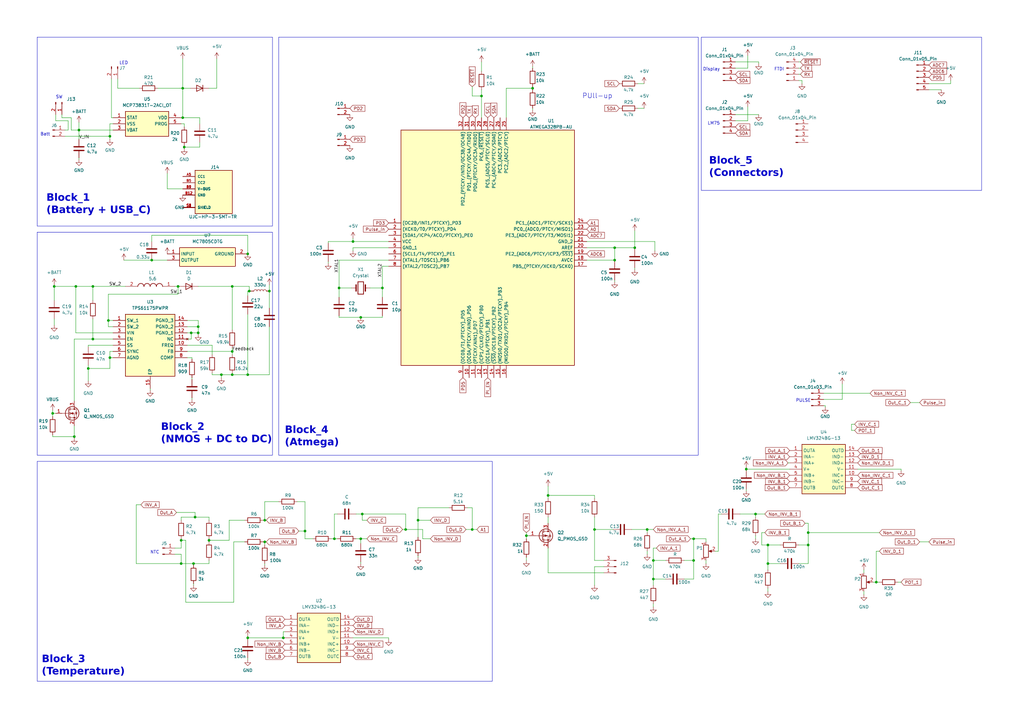
<source format=kicad_sch>
(kicad_sch (version 20230121) (generator eeschema)
  (paper "A3")
  (lib_symbols
    (symbol "Connector:Conn_01x02_Pin" (pin_names (offset 1.016) hide)
      (property "Reference" "J" (at 0 2.54 0))
      (property "Value" "Conn_01x02_Pin" (at 0 -5.08 0))
      (symbol "Conn_01x02_Pin_1_1"
        (pin passive line (at 5.08 0 180) (length 3.81) (name "Pin_1") (number "1"))
        (pin passive line (at 5.08 -2.54 180) (length 3.81) (name "Pin_2") (number "2"))
      )
    )
    (symbol "Connector:Conn_01x03_Pin" (pin_names (offset 1.016) hide)
      (property "Reference" "J" (at 0 5.08 0))
      (property "Value" "Conn_01x03_Pin" (at 0 -5.08 0))
      (symbol "Conn_01x03_Pin_1_1"
        (pin passive line (at 5.08 2.54 180) (length 3.81) (name "Pin_1") (number "1"))
        (pin passive line (at 5.08 0 180) (length 3.81) (name "Pin_2") (number "2"))
        (pin passive line (at 5.08 -2.54 180) (length 3.81) (name "Pin_3") (number "3"))
      )
    )
    (symbol "Connector:Conn_01x04_Pin" (pin_names (offset 1.016) hide)
      (property "Reference" "J" (at 0 5.08 0))
      (property "Value" "Conn_01x04_Pin" (at 0 -7.62 0))
      (symbol "Conn_01x04_Pin_1_1"
        (pin passive line (at 5.08 2.54 180) (length 3.81) (name "Pin_1") (number "1"))
        (pin passive line (at 5.08 0 180) (length 3.81) (name "Pin_2") (number "2"))
        (pin passive line (at 5.08 -2.54 180) (length 3.81) (name "Pin_3") (number "3"))
        (pin passive line (at 5.08 -5.08 180) (length 3.81) (name "Pin_4") (number "4"))
      )
    )
    (symbol "Connector:Conn_01x05_Pin" (pin_names (offset 1.016) hide)
      (property "Reference" "J" (at 0 7.62 0))
      (property "Value" "Conn_01x05_Pin" (at 0 -7.62 0))
      (symbol "Conn_01x05_Pin_1_1"
        (pin passive line (at 5.08 5.08 180) (length 3.81) (name "Pin_1") (number "1"))
        (pin passive line (at 5.08 2.54 180) (length 3.81) (name "Pin_2") (number "2"))
        (pin passive line (at 5.08 0 180) (length 3.81) (name "Pin_3") (number "3"))
        (pin passive line (at 5.08 -2.54 180) (length 3.81) (name "Pin_4") (number "4"))
        (pin passive line (at 5.08 -5.08 180) (length 3.81) (name "Pin_5") (number "5"))
      )
    )
    (symbol "Device:C" (pin_numbers hide) (pin_names (offset 0.254))
      (property "Reference" "C" (at 0.635 2.54 0))
      (property "Value" "C" (at 0.635 -2.54 0))
      (symbol "C_1_1"
        (pin passive line (at 0 3.81 270) (length 2.794) (name "~") (number "1"))
        (pin passive line (at 0 -3.81 90) (length 2.794) (name "~") (number "2"))
      )
    )
    (symbol "Device:Crystal" (pin_numbers hide) (pin_names (offset 1.016) hide)
      (property "Reference" "Y" (at 0 3.81 0))
      (property "Value" "Crystal" (at 0 -3.81 0))
      (symbol "Crystal_1_1"
        (pin passive line (at -3.81 0 0) (length 1.27) (name "1") (number "1"))
        (pin passive line (at 3.81 0 180) (length 1.27) (name "2") (number "2"))
      )
    )
    (symbol "Device:D" (pin_numbers hide) (pin_names (offset 1.016) hide)
      (property "Reference" "D" (at 0 2.54 0))
      (property "Value" "D" (at 0 -2.54 0))
      (symbol "D_1_1"
        (pin passive line (at -3.81 0 0) (length 2.54) (name "K") (number "1"))
        (pin passive line (at 3.81 0 180) (length 2.54) (name "A") (number "2"))
      )
    )
    (symbol "Device:L" (pin_numbers hide) (pin_names (offset 1.016) hide)
      (property "Reference" "L" (at -1.27 0 90))
      (property "Value" "L" (at 1.905 0 90))
      (symbol "L_1_1"
        (pin passive line (at 0 3.81 270) (length 1.27) (name "1") (number "1"))
        (pin passive line (at 0 -3.81 90) (length 1.27) (name "2") (number "2"))
      )
    )
    (symbol "Device:Q_NMOS_GSD" (pin_names (offset 0) hide)
      (property "Reference" "Q" (at 5.08 1.27 0))
      (property "Value" "Q_NMOS_GSD" (at 5.08 -1.27 0))
      (symbol "Q_NMOS_GSD_1_1"
        (pin input line (at -5.08 0 0) (length 2.54) (name "G") (number "1"))
        (pin passive line (at 2.54 -5.08 90) (length 2.54) (name "S") (number "2"))
        (pin passive line (at 2.54 5.08 270) (length 2.54) (name "D") (number "3"))
      )
    )
    (symbol "Device:Q_PMOS_GSD" (pin_names (offset 0) hide)
      (property "Reference" "Q" (at 5.08 1.27 0))
      (property "Value" "Q_PMOS_GSD" (at 5.08 -1.27 0))
      (symbol "Q_PMOS_GSD_1_1"
        (pin input line (at -5.08 0 0) (length 2.54) (name "G") (number "1"))
        (pin passive line (at 2.54 -5.08 90) (length 2.54) (name "S") (number "2"))
        (pin passive line (at 2.54 5.08 270) (length 2.54) (name "D") (number "3"))
      )
    )
    (symbol "Device:R" (pin_numbers hide) (pin_names (offset 0))
      (property "Reference" "R" (at 2.032 0 90))
      (property "Value" "R" (at 0 0 90))
      (symbol "R_1_1"
        (pin passive line (at 0 3.81 270) (length 1.27) (name "~") (number "1"))
        (pin passive line (at 0 -3.81 90) (length 1.27) (name "~") (number "2"))
      )
    )
    (symbol "Device:R_Potentiometer" (pin_names (offset 1.016) hide)
      (property "Reference" "RV" (at -4.445 0 90))
      (property "Value" "R_Potentiometer" (at -2.54 0 90))
      (symbol "R_Potentiometer_1_1"
        (pin passive line (at 0 3.81 270) (length 1.27) (name "1") (number "1"))
        (pin passive line (at 3.81 0 180) (length 1.27) (name "2") (number "2"))
        (pin passive line (at 0 -3.81 90) (length 1.27) (name "3") (number "3"))
      )
    )
    (symbol "SamacSys_Parts:ATMEGA328PB-AU"
      (property "Reference" "IC" (at 77.47 43.18 0))
      (property "Value" "ATMEGA328PB-AU" (at 77.47 40.64 0))
      (symbol "ATMEGA328PB-AU_1_1"
        (pin passive line (at 0 0 0) (length 5.08) (name "(OC2B/INT1/PTCXY)_PD3") (number "1"))
        (pin passive line (at 33.02 -63.5 90) (length 5.08) (name "(OC0A/PTCXY/AIN0)_PD6") (number "10"))
        (pin passive line (at 35.56 -63.5 90) (length 5.08) (name "(PTCXY/AIN1)_PD7") (number "11"))
        (pin passive line (at 38.1 -63.5 90) (length 5.08) (name "(ICP1/CLKO/PTCXY)_PB0") (number "12"))
        (pin passive line (at 40.64 -63.5 90) (length 5.08) (name "(OC1A/PTCXY)_PB1") (number "13"))
        (pin passive line (at 43.18 -63.5 90) (length 5.08) (name "(~{SS0}/OC1B/PTCXY)_PB2") (number "14"))
        (pin passive line (at 45.72 -63.5 90) (length 5.08) (name "(MOSI0/TXD1/OC2A/PTCXY)_PB3") (number "15"))
        (pin passive line (at 48.26 -63.5 90) (length 5.08) (name "(MISO0/RXD1/PTCXY)_PB4") (number "16"))
        (pin passive line (at 81.28 -17.78 180) (length 5.08) (name "PB5_(PTCXY/XCK0/SCK0)") (number "17"))
        (pin passive line (at 81.28 -15.24 180) (length 5.08) (name "AVCC") (number "18"))
        (pin passive line (at 81.28 -12.7 180) (length 5.08) (name "PE2_(ADC6/PTCY/ICP3/~{SS1)}") (number "19"))
        (pin passive line (at 0 -2.54 0) (length 5.08) (name "(XCK0/T0/PTCXY)_PD4") (number "2"))
        (pin passive line (at 81.28 -10.16 180) (length 5.08) (name "AREF") (number "20"))
        (pin passive line (at 81.28 -7.62 180) (length 5.08) (name "GND_2") (number "21"))
        (pin passive line (at 81.28 -5.08 180) (length 5.08) (name "PE3_(ADC7/PTCY/T3/MOSI1)") (number "22"))
        (pin passive line (at 81.28 -2.54 180) (length 5.08) (name "PC0_(ADC0/PTCY/MISO1)") (number "23"))
        (pin passive line (at 81.28 0 180) (length 5.08) (name "PC1_(ADC1/PTCY/SCK1)") (number "24"))
        (pin passive line (at 48.26 43.18 270) (length 5.08) (name "PC2_(ADC2/PTCY)") (number "25"))
        (pin passive line (at 45.72 43.18 270) (length 5.08) (name "PC3_(ADC3/PTCY)") (number "26"))
        (pin passive line (at 43.18 43.18 270) (length 5.08) (name "PC4_(ADC4/PTCY/SDA0)") (number "27"))
        (pin passive line (at 40.64 43.18 270) (length 5.08) (name "PC5_(ADC5/PTCY/SCL0)") (number "28"))
        (pin passive line (at 38.1 43.18 270) (length 5.08) (name "PC6_(~{RESET)}") (number "29"))
        (pin passive line (at 0 -5.08 0) (length 5.08) (name "(SDA1/ICP4/ACO/PTCXY)_PE0") (number "3"))
        (pin passive line (at 35.56 43.18 270) (length 5.08) (name "PD0_(PTCXY/OC3A/RXD0)") (number "30"))
        (pin passive line (at 33.02 43.18 270) (length 5.08) (name "PD1_(PTCXY/OC4A/TXD0)") (number "31"))
        (pin passive line (at 30.48 43.18 270) (length 5.08) (name "PD2_(PTCXY/INT0/OC3B/OC4B)") (number "32"))
        (pin passive line (at 0 -7.62 0) (length 5.08) (name "VCC") (number "4"))
        (pin passive line (at 0 -10.16 0) (length 5.08) (name "GND_1") (number "5"))
        (pin passive line (at 0 -12.7 0) (length 5.08) (name "(SCL1/T4/PTCXY)_PE1") (number "6"))
        (pin passive line (at 0 -15.24 0) (length 5.08) (name "(XTAL1/TOSC1)_PB6") (number "7"))
        (pin passive line (at 0 -17.78 0) (length 5.08) (name "(XTAL2/TOSC2)_PB7") (number "8"))
        (pin passive line (at 30.48 -63.5 90) (length 5.08) (name "(OC0B/T1/PTCXY)_PD5") (number "9"))
      )
    )
    (symbol "SamacSys_Parts:LMV324BG-13"
      (property "Reference" "IC" (at 24.13 7.62 0))
      (property "Value" "LMV324BG-13" (at 24.13 5.08 0))
      (symbol "LMV324BG-13_1_1"
        (pin passive line (at 0 0 0) (length 5.08) (name "OUTA") (number "1"))
        (pin passive line (at 27.94 -10.16 180) (length 5.08) (name "INC+") (number "10"))
        (pin passive line (at 27.94 -7.62 180) (length 5.08) (name "V-") (number "11"))
        (pin passive line (at 27.94 -5.08 180) (length 5.08) (name "IND+") (number "12"))
        (pin passive line (at 27.94 -2.54 180) (length 5.08) (name "IND-") (number "13"))
        (pin passive line (at 27.94 0 180) (length 5.08) (name "OUTD") (number "14"))
        (pin passive line (at 0 -2.54 0) (length 5.08) (name "INA-") (number "2"))
        (pin passive line (at 0 -5.08 0) (length 5.08) (name "INA+") (number "3"))
        (pin passive line (at 0 -7.62 0) (length 5.08) (name "V+") (number "4"))
        (pin passive line (at 0 -10.16 0) (length 5.08) (name "INB+") (number "5"))
        (pin passive line (at 0 -12.7 0) (length 5.08) (name "INB-") (number "6"))
        (pin passive line (at 0 -15.24 0) (length 5.08) (name "OUTB") (number "7"))
        (pin passive line (at 27.94 -15.24 180) (length 5.08) (name "OUTC") (number "8"))
        (pin passive line (at 27.94 -12.7 180) (length 5.08) (name "INC-") (number "9"))
      )
    )
    (symbol "SamacSys_Parts:MC7805CDTG"
      (property "Reference" "IC" (at 29.21 7.62 0))
      (property "Value" "MC7805CDTG" (at 29.21 5.08 0))
      (symbol "MC7805CDTG_1_1"
        (pin passive line (at 0 0 0) (length 5.08) (name "INPUT") (number "1"))
        (pin passive line (at 33.02 0 180) (length 5.08) (name "GROUND") (number "2"))
        (pin passive line (at 0 -2.54 0) (length 5.08) (name "OUTPUT") (number "3"))
      )
    )
    (symbol "SamacSys_Parts:MCP73831T-2ACI_OT"
      (property "Reference" "IC" (at 24.13 7.62 0))
      (property "Value" "MCP73831T-2ACI_OT" (at 24.13 5.08 0))
      (symbol "MCP73831T-2ACI_OT_1_1"
        (pin passive line (at 0 0 0) (length 5.08) (name "STAT") (number "1"))
        (pin passive line (at 0 -2.54 0) (length 5.08) (name "VSS") (number "2"))
        (pin passive line (at 0 -5.08 0) (length 5.08) (name "VBAT") (number "3"))
        (pin passive line (at 27.94 0 180) (length 5.08) (name "VDD") (number "4"))
        (pin passive line (at 27.94 -2.54 180) (length 5.08) (name "PROG") (number "5"))
      )
    )
    (symbol "SamacSys_Parts:SDR0403-5R6ML" (pin_names hide)
      (property "Reference" "L" (at 16.51 6.35 0))
      (property "Value" "SDR0403-5R6ML" (at 16.51 3.81 0))
      (symbol "SDR0403-5R6ML_1_1"
        (pin passive line (at 0 0 0) (length 5.08) (name "1") (number "1"))
        (pin passive line (at 20.32 0 180) (length 5.08) (name "2") (number "2"))
      )
    )
    (symbol "SamacSys_Parts:TPS61175PWPR"
      (property "Reference" "IC" (at 26.67 7.62 0))
      (property "Value" "TPS61175PWPR" (at 26.67 5.08 0))
      (symbol "TPS61175PWPR_1_1"
        (pin passive line (at 0 0 0) (length 5.08) (name "SW_1") (number "1"))
        (pin passive line (at 30.48 -10.16 180) (length 5.08) (name "FREQ") (number "10"))
        (pin no_connect line (at 30.48 -7.62 180) (length 5.08) (name "NC") (number "11"))
        (pin passive line (at 30.48 -5.08 180) (length 5.08) (name "PGND_1") (number "12"))
        (pin passive line (at 30.48 -2.54 180) (length 5.08) (name "PGND_2") (number "13"))
        (pin passive line (at 30.48 0 180) (length 5.08) (name "PGND_3") (number "14"))
        (pin passive line (at 15.24 -27.94 90) (length 5.08) (name "EP") (number "15"))
        (pin passive line (at 0 -2.54 0) (length 5.08) (name "SW_2") (number "2"))
        (pin passive line (at 0 -5.08 0) (length 5.08) (name "VIN") (number "3"))
        (pin passive line (at 0 -7.62 0) (length 5.08) (name "EN") (number "4"))
        (pin passive line (at 0 -10.16 0) (length 5.08) (name "SS") (number "5"))
        (pin passive line (at 0 -12.7 0) (length 5.08) (name "SYNC") (number "6"))
        (pin passive line (at 0 -15.24 0) (length 5.08) (name "AGND") (number "7"))
        (pin passive line (at 30.48 -15.24 180) (length 5.08) (name "COMP") (number "8"))
        (pin passive line (at 30.48 -12.7 180) (length 5.08) (name "FB") (number "9"))
      )
    )
    (symbol "UJC-HP-3-SMT-TR:UJC-HP-3-SMT-TR" (pin_names (offset 1.016))
      (property "Reference" "J" (at -7.62 8.89 0))
      (property "Value" "UJC-HP-3-SMT-TR" (at -7.62 -11.43 0))
      (symbol "UJC-HP-3-SMT-TR_0_0"
        (pin power_in line (at -12.7 -2.54 0) (length 5.08) (name "GND") (number "A12"))
        (pin bidirectional line (at -12.7 5.08 0) (length 5.08) (name "CC1") (number "A5"))
        (pin power_in line (at -12.7 0 0) (length 5.08) (name "V-BUS") (number "A9"))
        (pin power_in line (at -12.7 -2.54 0) (length 5.08) (name "GND") (number "B12"))
        (pin bidirectional line (at -12.7 2.54 0) (length 5.08) (name "CC2") (number "B5"))
        (pin power_in line (at -12.7 0 0) (length 5.08) (name "V-BUS") (number "B9"))
        (pin passive line (at -12.7 -7.62 0) (length 5.08) (name "SHIELD") (number "S1"))
        (pin passive line (at -12.7 -7.62 0) (length 5.08) (name "SHIELD") (number "S2"))
        (pin passive line (at -12.7 -7.62 0) (length 5.08) (name "SHIELD") (number "S3"))
        (pin passive line (at -12.7 -7.62 0) (length 5.08) (name "SHIELD") (number "S4"))
      )
    )
    (symbol "power:+5V" (power) (pin_names (offset 0))
      (property "Value" "+5V" (at 0 3.556 0))
      (symbol "+5V_1_1"
        (pin power_in line (at 0 0 90) (length 0) hide (name "+5V") (number "1"))
      )
    )
    (symbol "power:+BATT" (power) (pin_names (offset 0))
      (property "Value" "+BATT" (at 0 3.556 0))
      (symbol "+BATT_1_1"
        (pin power_in line (at 0 0 90) (length 0) hide (name "+BATT") (number "1"))
      )
    )
    (symbol "power:GND" (power) (pin_names (offset 0))
      (property "Value" "GND" (at 0 -3.81 0))
      (symbol "GND_1_1"
        (pin power_in line (at 0 0 270) (length 0) hide (name "GND") (number "1"))
      )
    )
    (symbol "power:VBUS" (power) (pin_names (offset 0))
      (property "Value" "VBUS" (at 0 3.81 0))
      (symbol "VBUS_1_1"
        (pin power_in line (at 0 0 90) (length 0) hide (name "VBUS") (number "1"))
      )
    )
  )
  (junction (at 144.78 99.06))
  (junction (at 166.37 217.17))
  (junction (at 331.47 218.44))
  (junction (at 101.6 153.67))
  (junction (at 218.44 36.195))
  (junction (at 21.59 169.545))
  (junction (at 193.675 217.17))
  (junction (at 80.01 212.09))
  (junction (at 74.295 231.14))
  (junction (at 38.1 117.475))
  (junction (at 31.115 117.475))
  (junction (at 108.585 222.25))
  (junction (at 36.195 151.13))
  (junction (at 79.375 231.14))
  (junction (at 252.095 106.68))
  (junction (at 171.45 213.36))
  (junction (at 73.025 117.475))
  (junction (at 101.6 104.14))
  (junction (at 284.48 220.98))
  (junction (at 74.93 36.195))
  (junction (at 284.48 229.87))
  (junction (at 110.49 119.38))
  (junction (at 75.565 60.325))
  (junction (at 45.085 55.88))
  (junction (at 90.805 153.67))
  (junction (at 359.41 238.76))
  (junction (at 32.385 53.34))
  (junction (at 95.25 144.145))
  (junction (at 314.96 231.14))
  (junction (at 45.085 146.685))
  (junction (at 331.47 223.52))
  (junction (at 148.59 210.82))
  (junction (at 139.065 118.11))
  (junction (at 156.845 118.11))
  (junction (at 44.45 131.445))
  (junction (at 102.235 119.38))
  (junction (at 137.16 220.98))
  (junction (at 197.485 39.37))
  (junction (at 125.095 217.805))
  (junction (at 116.205 261.62))
  (junction (at 306.07 192.405))
  (junction (at 267.97 237.49))
  (junction (at 108.585 213.36))
  (junction (at 30.48 179.07))
  (junction (at 95.25 153.67))
  (junction (at 81.28 136.525))
  (junction (at 95.25 117.475))
  (junction (at 267.97 229.87))
  (junction (at 215.9 219.71))
  (junction (at 62.23 106.68))
  (junction (at 314.96 223.52))
  (junction (at 81.28 133.985))
  (junction (at 147.955 130.175))
  (junction (at 78.4148 136.525))
  (junction (at 309.88 210.82))
  (junction (at 243.84 217.17))
  (junction (at 74.93 48.26))
  (junction (at 252.095 101.6))
  (junction (at 265.43 217.17))
  (junction (at 38.1 139.065))
  (junction (at 260.35 101.6))
  (junction (at 22.225 117.475))
  (junction (at 85.725 221.615))
  (junction (at 147.955 220.98))
  (junction (at 224.79 203.2))
  (junction (at 74.295 221.615))
  (junction (at 101.6 261.62))
  (wire (pts (xy 359.41 226.06) (xy 359.41 238.76)))
  (wire (pts (xy 260.35 101.6) (xy 260.35 102.235)))
  (wire (pts (xy 78.4148 136.525) (xy 81.28 136.525)))
  (wire (pts (xy 26.67 55.88) (xy 45.085 55.88)))
  (wire (pts (xy 134.62 99.06) (xy 144.78 99.06)))
  (wire (pts (xy 265.43 226.06) (xy 265.43 227.33)))
  (wire (pts (xy 215.9 218.44) (xy 215.9 219.71)))
  (wire (pts (xy 293.37 226.06) (xy 294.64 226.06)))
  (wire (pts (xy 243.84 232.41) (xy 247.65 232.41)))
  (wire (pts (xy 144.78 101.6) (xy 159.385 101.6)))
  (wire (pts (xy 108.585 213.36) (xy 109.22 213.36)))
  (wire (pts (xy 137.16 220.98) (xy 138.43 220.98)))
  (wire (pts (xy 218.44 35.56) (xy 218.44 36.195)))
  (wire (pts (xy 243.84 217.17) (xy 243.84 229.87)))
  (wire (pts (xy 224.79 203.2) (xy 243.84 203.2)))
  (wire (pts (xy 64.77 36.195) (xy 74.93 36.195)))
  (wire (pts (xy 116.205 259.08) (xy 116.205 261.62)))
  (wire (pts (xy 76.2 221.615) (xy 76.2 247.015)))
  (wire (pts (xy 267.97 229.87) (xy 267.97 237.49)))
  (wire (pts (xy 369.57 192.405) (xy 369.57 193.04)))
  (wire (pts (xy 36.195 141.605) (xy 36.195 142.24)))
  (wire (pts (xy 74.93 36.195) (xy 74.93 48.26)))
  (wire (pts (xy 46.355 136.525) (xy 31.115 136.525)))
  (wire (pts (xy 240.665 101.6) (xy 252.095 101.6)))
  (wire (pts (xy 29.21 53.34) (xy 32.385 53.34)))
  (wire (pts (xy 314.96 241.3) (xy 314.96 242.57)))
  (wire (pts (xy 62.23 106.68) (xy 68.58 106.68)))
  (wire (pts (xy 284.48 237.49) (xy 284.48 229.87)))
  (wire (pts (xy 81.915 58.42) (xy 81.915 60.325)))
  (wire (pts (xy 31.115 117.475) (xy 38.1 117.475)))
  (wire (pts (xy 351.79 192.405) (xy 369.57 192.405)))
  (wire (pts (xy 68.58 77.47) (xy 74.93 77.47)))
  (wire (pts (xy 76.835 139.065) (xy 78.4148 139.065)))
  (wire (pts (xy 173.355 217.17) (xy 173.355 220.98)))
  (wire (pts (xy 116.84 259.08) (xy 116.205 259.08)))
  (wire (pts (xy 159.385 106.68) (xy 139.065 106.68)))
  (wire (pts (xy 86.995 145.415) (xy 86.995 141.605)))
  (wire (pts (xy 261.62 44.45) (xy 264.16 44.45)))
  (wire (pts (xy 27.94 53.34) (xy 27.94 49.53)))
  (wire (pts (xy 74.93 48.26) (xy 74.295 48.26)))
  (wire (pts (xy 81.915 48.26) (xy 81.915 50.8)))
  (wire (pts (xy 74.295 212.09) (xy 80.01 212.09)))
  (wire (pts (xy 74.295 213.36) (xy 74.295 212.09)))
  (wire (pts (xy 284.48 220.98) (xy 289.56 220.98)))
  (wire (pts (xy 101.6 121.285) (xy 101.6 119.38)))
  (wire (pts (xy 21.59 168.275) (xy 21.59 169.545)))
  (wire (pts (xy 46.355 144.145) (xy 45.085 144.145)))
  (wire (pts (xy 75.565 59.69) (xy 75.565 60.325)))
  (wire (pts (xy 22.225 117.475) (xy 22.225 123.19)))
  (wire (pts (xy 30.48 179.07) (xy 30.48 179.705)))
  (wire (pts (xy 331.47 223.52) (xy 331.47 218.44)))
  (wire (pts (xy 21.59 178.435) (xy 21.59 179.07)))
  (wire (pts (xy 85.725 212.09) (xy 85.725 213.36)))
  (wire (pts (xy 260.35 94.615) (xy 260.35 101.6)))
  (wire (pts (xy 110.49 153.67) (xy 110.49 133.985)))
  (wire (pts (xy 267.97 229.87) (xy 273.05 229.87)))
  (wire (pts (xy 311.15 25.4) (xy 311.15 26.035)))
  (wire (pts (xy 71.755 227.33) (xy 74.295 227.33)))
  (wire (pts (xy 74.93 24.13) (xy 74.93 36.195)))
  (wire (pts (xy 73.025 117.475) (xy 73.025 120.65)))
  (wire (pts (xy 137.16 210.82) (xy 138.43 210.82)))
  (wire (pts (xy 90.805 153.67) (xy 90.805 154.94)))
  (wire (pts (xy 45.085 50.8) (xy 45.085 55.88)))
  (wire (pts (xy 27.94 49.53) (xy 22.86 49.53)))
  (wire (pts (xy 93.98 221.615) (xy 93.98 213.36)))
  (wire (pts (xy 243.84 212.09) (xy 243.84 217.17)))
  (wire (pts (xy 114.3 205.74) (xy 108.585 205.74)))
  (wire (pts (xy 338.455 166.37) (xy 338.455 167.005)))
  (wire (pts (xy 146.05 220.98) (xy 147.955 220.98)))
  (wire (pts (xy 22.225 130.81) (xy 22.225 133.35)))
  (wire (pts (xy 252.095 114.935) (xy 252.095 115.57)))
  (wire (pts (xy 45.085 146.685) (xy 46.355 146.685)))
  (wire (pts (xy 207.645 48.26) (xy 207.645 36.195)))
  (wire (pts (xy 95.25 142.875) (xy 95.25 144.145)))
  (wire (pts (xy 61.595 159.385) (xy 61.595 160.02)))
  (wire (pts (xy 38.1 139.065) (xy 30.48 139.065)))
  (wire (pts (xy 102.235 119.3968) (xy 102.235 119.38)))
  (wire (pts (xy 108.585 205.74) (xy 108.585 213.36)))
  (wire (pts (xy 95.25 117.475) (xy 81.28 117.475)))
  (wire (pts (xy 26.67 53.34) (xy 27.94 53.34)))
  (wire (pts (xy 88.9 36.195) (xy 85.725 36.195)))
  (wire (pts (xy 74.295 231.14) (xy 55.88 231.14)))
  (wire (pts (xy 90.805 153.67) (xy 95.25 153.67)))
  (wire (pts (xy 32.385 50.165) (xy 32.385 53.34)))
  (wire (pts (xy 312.42 218.44) (xy 312.42 223.52)))
  (wire (pts (xy 359.41 238.76) (xy 360.68 238.76)))
  (wire (pts (xy 252.095 101.6) (xy 260.35 101.6)))
  (wire (pts (xy 21.59 169.545) (xy 21.59 170.815)))
  (wire (pts (xy 71.755 117.475) (xy 73.025 117.475)))
  (wire (pts (xy 45.72 48.26) (xy 46.355 48.26)))
  (wire (pts (xy 73.025 117.475) (xy 73.66 117.475)))
  (wire (pts (xy 116.205 261.62) (xy 116.84 261.62)))
  (wire (pts (xy 125.095 217.805) (xy 125.095 220.98)))
  (wire (pts (xy 108.585 222.25) (xy 109.22 222.25)))
  (wire (pts (xy 309.88 210.82) (xy 313.69 210.82)))
  (wire (pts (xy 289.56 229.87) (xy 289.56 231.14)))
  (wire (pts (xy 267.97 224.79) (xy 267.97 229.87)))
  (wire (pts (xy 95.25 144.145) (xy 95.25 145.415)))
  (wire (pts (xy 32.385 53.34) (xy 46.355 53.34)))
  (wire (pts (xy 148.59 210.82) (xy 166.37 210.82)))
  (wire (pts (xy 75.565 60.325) (xy 75.565 60.96)))
  (wire (pts (xy 57.15 36.195) (xy 48.26 36.195)))
  (wire (pts (xy 108.585 222.25) (xy 108.585 223.52)))
  (wire (pts (xy 368.3 238.76) (xy 369.57 238.76)))
  (wire (pts (xy 327.66 30.48) (xy 328.295 30.48)))
  (wire (pts (xy 144.78 261.62) (xy 159.385 261.62)))
  (wire (pts (xy 74.295 221.615) (xy 74.295 224.79)))
  (wire (pts (xy 215.9 219.71) (xy 215.9 220.98)))
  (wire (pts (xy 139.065 130.175) (xy 139.065 129.54)))
  (wire (pts (xy 107.95 222.25) (xy 108.585 222.25)))
  (wire (pts (xy 373.38 165.1) (xy 377.19 165.1)))
  (wire (pts (xy 81.28 133.985) (xy 81.28 136.525)))
  (wire (pts (xy 45.085 55.88) (xy 45.085 57.15)))
  (wire (pts (xy 306.07 200.66) (xy 306.07 201.295)))
  (wire (pts (xy 75.565 60.325) (xy 81.915 60.325)))
  (wire (pts (xy 139.065 130.175) (xy 147.955 130.175)))
  (wire (pts (xy 85.725 220.98) (xy 85.725 221.615)))
  (wire (pts (xy 55.88 207.01) (xy 57.785 207.01)))
  (wire (pts (xy 22.225 117.475) (xy 31.115 117.475)))
  (wire (pts (xy 309.88 210.82) (xy 309.88 212.09)))
  (wire (pts (xy 260.35 109.855) (xy 260.35 110.49)))
  (wire (pts (xy 74.93 48.26) (xy 81.915 48.26)))
  (wire (pts (xy 267.97 240.03) (xy 267.97 237.49)))
  (wire (pts (xy 74.295 231.14) (xy 79.375 231.14)))
  (wire (pts (xy 62.23 96.52) (xy 62.23 99.06)))
  (wire (pts (xy 243.84 240.03) (xy 243.84 232.41)))
  (wire (pts (xy 306.705 43.815) (xy 306.705 49.53)))
  (wire (pts (xy 284.48 229.87) (xy 284.48 220.98)))
  (wire (pts (xy 306.07 192.405) (xy 323.85 192.405)))
  (wire (pts (xy 193.675 217.17) (xy 195.58 217.17)))
  (wire (pts (xy 78.4148 139.065) (xy 78.4148 136.525)))
  (wire (pts (xy 314.96 223.52) (xy 314.96 231.14)))
  (wire (pts (xy 337.82 161.29) (xy 356.87 161.29)))
  (wire (pts (xy 354.33 233.68) (xy 354.33 234.95)))
  (wire (pts (xy 173.355 220.98) (xy 176.53 220.98)))
  (wire (pts (xy 95.885 222.25) (xy 100.33 222.25)))
  (wire (pts (xy 350.52 176.53) (xy 349.25 176.53)))
  (wire (pts (xy 147.955 220.98) (xy 147.955 222.885)))
  (wire (pts (xy 197.485 39.37) (xy 193.675 39.37)))
  (wire (pts (xy 193.675 208.28) (xy 191.77 208.28)))
  (wire (pts (xy 265.43 217.17) (xy 265.43 218.44)))
  (wire (pts (xy 101.6 261.62) (xy 101.6 262.255)))
  (wire (pts (xy 289.56 220.98) (xy 289.56 222.25)))
  (wire (pts (xy 46.355 133.985) (xy 44.45 133.985)))
  (wire (pts (xy 95.25 153.035) (xy 95.25 153.67)))
  (wire (pts (xy 345.44 163.83) (xy 345.44 157.48)))
  (wire (pts (xy 101.6 269.875) (xy 101.6 270.51)))
  (wire (pts (xy 78.74 154.94) (xy 78.74 155.575)))
  (wire (pts (xy 74.295 220.98) (xy 74.295 221.615)))
  (wire (pts (xy 22.225 116.84) (xy 22.225 117.475)))
  (wire (pts (xy 218.44 27.305) (xy 218.44 27.94)))
  (wire (pts (xy 21.59 179.07) (xy 30.48 179.07)))
  (wire (pts (xy 38.1 117.475) (xy 38.1 123.19)))
  (wire (pts (xy 323.85 189.865) (xy 323.215 189.865)))
  (wire (pts (xy 377.19 222.25) (xy 381 222.25)))
  (wire (pts (xy 354.33 242.57) (xy 354.33 243.84)))
  (wire (pts (xy 85.725 229.87) (xy 85.725 231.14)))
  (wire (pts (xy 46.355 141.605) (xy 36.195 141.605)))
  (wire (pts (xy 171.45 208.28) (xy 171.45 213.36)))
  (wire (pts (xy 76.2 247.015) (xy 95.885 247.015)))
  (wire (pts (xy 45.085 144.145) (xy 45.085 146.685)))
  (wire (pts (xy 156.845 118.11) (xy 156.845 121.92)))
  (wire (pts (xy 44.45 120.65) (xy 44.45 131.445)))
  (wire (pts (xy 197.485 36.83) (xy 197.485 39.37)))
  (wire (pts (xy 95.25 135.255) (xy 95.25 117.475)))
  (wire (pts (xy 108.585 231.14) (xy 108.585 231.775)))
  (wire (pts (xy 151.765 118.11) (xy 156.845 118.11)))
  (wire (pts (xy 389.89 33.02) (xy 389.89 34.29)))
  (wire (pts (xy 224.79 199.39) (xy 224.79 203.2)))
  (wire (pts (xy 359.41 238.76) (xy 358.14 238.76)))
  (wire (pts (xy 22.86 169.545) (xy 21.59 169.545)))
  (wire (pts (xy 134.62 107.315) (xy 134.62 107.95)))
  (wire (pts (xy 224.79 224.79) (xy 224.79 234.95)))
  (wire (pts (xy 139.065 106.68) (xy 139.065 118.11)))
  (wire (pts (xy 102.87 119.3968) (xy 102.235 119.3968)))
  (wire (pts (xy 146.05 210.82) (xy 148.59 210.82)))
  (wire (pts (xy 62.23 96.52) (xy 101.6 96.52)))
  (wire (pts (xy 44.45 133.985) (xy 44.45 131.445)))
  (wire (pts (xy 74.295 50.8) (xy 75.565 50.8)))
  (wire (pts (xy 166.37 210.82) (xy 166.37 217.17)))
  (wire (pts (xy 125.095 220.98) (xy 128.27 220.98)))
  (wire (pts (xy 306.705 49.53) (xy 301.625 49.53)))
  (wire (pts (xy 147.955 230.505) (xy 147.955 231.14)))
  (wire (pts (xy 294.64 210.82) (xy 295.91 210.82)))
  (wire (pts (xy 45.72 32.385) (xy 45.72 48.26)))
  (wire (pts (xy 197.485 39.37) (xy 197.485 48.26)))
  (wire (pts (xy 93.98 213.36) (xy 100.33 213.36)))
  (wire (pts (xy 166.37 217.17) (xy 173.355 217.17)))
  (wire (pts (xy 44.45 131.445) (xy 46.355 131.445)))
  (wire (pts (xy 88.9 24.13) (xy 88.9 36.195)))
  (wire (pts (xy 86.995 153.035) (xy 86.995 153.67)))
  (wire (pts (xy 121.92 205.74) (xy 125.095 205.74)))
  (wire (pts (xy 74.93 36.195) (xy 78.105 36.195)))
  (wire (pts (xy 166.37 217.17) (xy 165.1 217.17)))
  (wire (pts (xy 85.725 221.615) (xy 93.98 221.615)))
  (wire (pts (xy 314.96 223.52) (xy 320.04 223.52)))
  (wire (pts (xy 144.78 99.06) (xy 144.78 97.79)))
  (wire (pts (xy 218.44 36.195) (xy 218.44 36.83)))
  (wire (pts (xy 78.74 163.195) (xy 78.74 163.83)))
  (wire (pts (xy 243.84 204.47) (xy 243.84 203.2)))
  (wire (pts (xy 36.195 151.13) (xy 36.195 156.21)))
  (wire (pts (xy 144.78 99.06) (xy 159.385 99.06)))
  (wire (pts (xy 184.15 208.28) (xy 171.45 208.28)))
  (wire (pts (xy 147.955 220.98) (xy 150.495 220.98)))
  (wire (pts (xy 280.67 237.49) (xy 284.48 237.49)))
  (wire (pts (xy 74.295 221.615) (xy 76.2 221.615)))
  (wire (pts (xy 171.45 220.345) (xy 171.45 213.36)))
  (wire (pts (xy 309.88 219.71) (xy 309.88 220.98)))
  (wire (pts (xy 314.96 231.14) (xy 320.04 231.14)))
  (wire (pts (xy 25.4 46.99) (xy 25.4 48.26)))
  (wire (pts (xy 217.17 219.71) (xy 215.9 219.71)))
  (wire (pts (xy 280.67 229.87) (xy 284.48 229.87)))
  (wire (pts (xy 86.995 153.67) (xy 90.805 153.67)))
  (wire (pts (xy 101.6 153.67) (xy 95.25 153.67)))
  (wire (pts (xy 331.47 214.63) (xy 330.2 214.63)))
  (wire (pts (xy 224.79 234.95) (xy 247.65 234.95)))
  (wire (pts (xy 30.48 174.625) (xy 30.48 179.07)))
  (wire (pts (xy 110.49 119.38) (xy 110.49 126.365)))
  (wire (pts (xy 148.59 210.82) (xy 148.59 213.36)))
  (wire (pts (xy 101.6 261.62) (xy 116.205 261.62)))
  (wire (pts (xy 337.82 166.37) (xy 338.455 166.37)))
  (wire (pts (xy 327.66 27.94) (xy 328.295 27.94)))
  (wire (pts (xy 313.69 218.44) (xy 312.42 218.44)))
  (wire (pts (xy 74.295 224.79) (xy 71.755 224.79)))
  (wire (pts (xy 252.095 101.6) (xy 252.095 106.68)))
  (wire (pts (xy 31.115 136.525) (xy 31.115 117.475)))
  (wire (pts (xy 197.485 25.4) (xy 197.485 29.21)))
  (wire (pts (xy 101.6 153.67) (xy 110.49 153.67)))
  (wire (pts (xy 32.385 53.34) (xy 32.385 57.15)))
  (wire (pts (xy 48.26 32.385) (xy 48.26 36.195)))
  (wire (pts (xy 85.725 221.615) (xy 85.725 222.25)))
  (wire (pts (xy 81.28 133.985) (xy 81.28 131.445)))
  (wire (pts (xy 328.93 33.02) (xy 328.93 34.29)))
  (wire (pts (xy 331.47 231.14) (xy 331.47 223.52)))
  (wire (pts (xy 79.375 239.395) (xy 79.375 240.03)))
  (wire (pts (xy 349.25 176.53) (xy 349.25 173.99)))
  (wire (pts (xy 267.97 247.65) (xy 267.97 248.92)))
  (wire (pts (xy 102.87 119.38) (xy 102.87 119.3968)))
  (wire (pts (xy 327.66 33.02) (xy 328.93 33.02)))
  (wire (pts (xy 331.47 218.44) (xy 331.47 214.63)))
  (wire (pts (xy 107.95 213.36) (xy 108.585 213.36)))
  (wire (pts (xy 55.88 231.14) (xy 55.88 207.01)))
  (wire (pts (xy 360.68 226.06) (xy 359.41 226.06)))
  (wire (pts (xy 79.375 231.14) (xy 85.725 231.14)))
  (wire (pts (xy 306.705 22.86) (xy 306.705 27.94)))
  (wire (pts (xy 76.835 133.985) (xy 81.28 133.985)))
  (wire (pts (xy 38.1 139.065) (xy 46.355 139.065)))
  (wire (pts (xy 261.62 34.29) (xy 264.16 34.29)))
  (wire (pts (xy 215.9 228.6) (xy 215.9 229.87)))
  (wire (pts (xy 243.84 229.87) (xy 247.65 229.87)))
  (wire (pts (xy 76.835 136.525) (xy 78.4148 136.525)))
  (wire (pts (xy 80.01 212.09) (xy 80.01 210.185)))
  (wire (pts (xy 80.01 212.09) (xy 85.725 212.09)))
  (wire (pts (xy 45.085 146.685) (xy 45.085 151.13)))
  (wire (pts (xy 303.53 210.82) (xy 309.88 210.82)))
  (wire (pts (xy 306.07 192.405) (xy 306.07 193.04)))
  (wire (pts (xy 301.625 25.4) (xy 311.15 25.4)))
  (wire (pts (xy 38.1 130.81) (xy 38.1 139.065)))
  (wire (pts (xy 218.44 44.45) (xy 218.44 45.085)))
  (wire (pts (xy 144.78 102.87) (xy 144.78 101.6)))
  (wire (pts (xy 331.47 218.44) (xy 360.68 218.44)))
  (wire (pts (xy 68.58 71.12) (xy 68.58 77.47)))
  (wire (pts (xy 79.375 231.14) (xy 79.375 231.775)))
  (wire (pts (xy 269.24 224.79) (xy 267.97 224.79)))
  (wire (pts (xy 224.79 203.2) (xy 224.79 204.47)))
  (wire (pts (xy 32.385 64.77) (xy 32.385 65.405)))
  (wire (pts (xy 102.235 119.38) (xy 102.235 117.475)))
  (wire (pts (xy 147.955 130.175) (xy 156.845 130.175)))
  (wire (pts (xy 137.16 220.98) (xy 137.16 210.82)))
  (wire (pts (xy 101.6 96.52) (xy 101.6 104.14)))
  (wire (pts (xy 22.86 46.99) (xy 22.86 49.53)))
  (wire (pts (xy 78.74 146.685) (xy 78.74 147.32)))
  (wire (pts (xy 306.705 27.94) (xy 301.625 27.94)))
  (wire (pts (xy 259.08 217.17) (xy 265.43 217.17)))
  (wire (pts (xy 38.1 117.475) (xy 51.435 117.475)))
  (wire (pts (xy 265.43 217.17) (xy 267.97 217.17)))
  (wire (pts (xy 224.79 212.09) (xy 224.79 214.63)))
  (wire (pts (xy 125.095 217.805) (xy 122.555 217.805)))
  (wire (pts (xy 349.25 173.99) (xy 350.52 173.99)))
  (wire (pts (xy 327.66 25.4) (xy 328.295 25.4)))
  (wire (pts (xy 389.89 34.29) (xy 381 34.29)))
  (wire (pts (xy 268.605 99.06) (xy 240.665 99.06)))
  (wire (pts (xy 76.835 144.145) (xy 95.25 144.145)))
  (wire (pts (xy 44.45 120.65) (xy 73.025 120.65)))
  (wire (pts (xy 268.605 102.87) (xy 268.605 99.06)))
  (wire (pts (xy 101.6 119.38) (xy 102.235 119.38)))
  (wire (pts (xy 314.96 233.68) (xy 314.96 231.14)))
  (wire (pts (xy 75.565 50.8) (xy 75.565 52.07)))
  (wire (pts (xy 301.625 46.99) (xy 311.15 46.99)))
  (wire (pts (xy 101.6 260.985) (xy 101.6 261.62)))
  (wire (pts (xy 81.28 136.525) (xy 81.28 137.16)))
  (wire (pts (xy 135.89 220.98) (xy 137.16 220.98)))
  (wire (pts (xy 159.385 261.62) (xy 159.385 262.255)))
  (wire (pts (xy 25.4 48.26) (xy 29.21 48.26)))
  (wire (pts (xy 101.6 128.905) (xy 101.6 153.67)))
  (wire (pts (xy 102.235 117.475) (xy 95.25 117.475)))
  (wire (pts (xy 134.62 99.695) (xy 134.62 99.06)))
  (wire (pts (xy 191.135 217.17) (xy 193.675 217.17)))
  (wire (pts (xy 386.08 36.83) (xy 381 36.83)))
  (wire (pts (xy 294.64 226.06) (xy 294.64 210.82)))
  (wire (pts (xy 80.01 210.185) (xy 72.39 210.185)))
  (wire (pts (xy 30.48 139.065) (xy 30.48 164.465)))
  (wire (pts (xy 171.45 213.36) (xy 176.53 213.36)))
  (wire (pts (xy 36.195 151.13) (xy 36.195 149.86)))
  (wire (pts (xy 50.8 106.68) (xy 62.23 106.68)))
  (wire (pts (xy 159.385 109.22) (xy 156.845 109.22)))
  (wire (pts (xy 207.645 36.195) (xy 218.44 36.195)))
  (wire (pts (xy 306.07 191.77) (xy 306.07 192.405)))
  (wire (pts (xy 74.295 227.33) (xy 74.295 231.14)))
  (wire (pts (xy 139.065 121.92) (xy 139.065 118.11)))
  (wire (pts (xy 46.355 50.8) (xy 45.085 50.8)))
  (wire (pts (xy 29.21 48.26) (xy 29.21 53.34)))
  (wire (pts (xy 240.665 106.68) (xy 252.095 106.68)))
  (wire (pts (xy 110.49 116.84) (xy 110.49 119.38)))
  (wire (pts (xy 327.66 223.52) (xy 331.47 223.52)))
  (wire (pts (xy 327.66 231.14) (xy 331.47 231.14)))
  (wire (pts (xy 148.59 213.36) (xy 150.495 213.36)))
  (wire (pts (xy 284.48 220.98) (xy 283.21 220.98)))
  (wire (pts (xy 171.45 227.965) (xy 171.45 228.6)))
  (wire (pts (xy 76.835 146.685) (xy 78.74 146.685)))
  (wire (pts (xy 252.095 106.68) (xy 252.095 107.315)))
  (wire (pts (xy 156.845 109.22) (xy 156.845 118.11)))
  (wire (pts (xy 193.675 217.17) (xy 193.675 208.28)))
  (wire (pts (xy 95.885 247.015) (xy 95.885 222.25)))
  (wire (pts (xy 45.085 151.13) (xy 36.195 151.13)))
  (wire (pts (xy 86.995 141.605) (xy 76.835 141.605)))
  (wire (pts (xy 337.82 163.83) (xy 345.44 163.83)))
  (wire (pts (xy 267.97 237.49) (xy 273.05 237.49)))
  (wire (pts (xy 312.42 223.52) (xy 314.96 223.52)))
  (wire (pts (xy 139.065 118.11) (xy 144.145 118.11)))
  (wire (pts (xy 81.28 131.445) (xy 76.835 131.445)))
  (wire (pts (xy 193.675 39.37) (xy 193.675 35.56)))
  (wire (pts (xy 156.845 130.175) (xy 156.845 129.54)))
  (wire (pts (xy 243.84 217.17) (xy 251.46 217.17)))
  (wire (pts (xy 125.095 205.74) (xy 125.095 217.805)))
  (rectangle (start 114.3 15.24) (end 286.385 186.69))
  (rectangle (start 15.24 189.23) (end 201.93 279.4))
  (rectangle (start 287.655 15.24) (end 402.59 78.105))
  (rectangle (start 15.24 15.24) (end 111.76 92.71))
  (rectangle (start 15.24 95.25) (end 111.76 186.69))
  (text "PULSE\n" (at 326.39 165.1 0) (effects (font (size 1.27 1.27)) (justify left bottom)))
  (text "SW\n" (at 22.86 40.64 0) (effects (font (size 1.27 1.27)) (justify left bottom)))
  (text "LM75" (at 290.195 51.435 0) (effects (font (size 1.27 1.27)) (justify left bottom)))
  (text "Block_1 \n(Battery + USB_C)" (at 19.05 88.9 0) (effects (font (size 3 3) (thickness 1) bold) (justify left bottom)))
  (text "Block_2\n(NMOS + DC to DC)" (at 66.04 182.88 0) (effects (font (size 3 3) (thickness 1) bold) (justify left bottom)))
  (text "Batt\n" (at 16.51 55.88 0) (effects (font (size 1.27 1.27)) (justify left bottom)))
  (text "Display" (at 288.29 29.21 0) (effects (font (size 1.27 1.27)) (justify left bottom)))
  (text "FTDI" (at 317.5 29.21 0) (effects (font (size 1.27 1.27)) (justify left bottom)))
  (text "Block_3\n(Temperature)" (at 17.145 278.13 0) (effects (font (size 3 3) (thickness 1) bold) (justify left bottom)))
  (text "PUll-up " (at 238.76 40.64 0) (effects (font (size 2 2)) (justify left bottom)))
  (text "Block_4\n(Atmega)" (at 116.84 184.15 0) (effects (font (size 3 3) (thickness 1) bold) (justify left bottom)))
  (text "LED\n" (at 48.895 26.67 0) (effects (font (size 1.27 1.27)) (justify left bottom)))
  (text "NTC" (at 61.595 227.33 0) (effects (font (size 1.27 1.27)) (justify left bottom)))
  (text "Block_5\n(Connectors)" (at 290.83 73.66 0) (effects (font (size 3 3) (thickness 1) bold) (justify left bottom)))
  (label "XTAL2" (at 156.845 113.7029 90))
  (label "SW_1" (at 69.85 120.65 0))
  (label "SW_2" (at 44.7089 117.475 0))
  (label "V_IN" (at 32.385 57.15 0))
  (label "XTAL1" (at 139.065 111.8276 90))
  (label "Feedback" (at 95.25 144.0768 0))
  (global_label "INV_C_1" (shape input) (at 351.79 197.485 0) (property "Intersheetrefs" "${INTERSHEET_REFS}" (effects hide)))
  (global_label "Non_INV_C" (shape input) (at 150.495 220.98 0) (property "Intersheetrefs" "${INTERSHEET_REFS}" (effects hide)))
  (global_label "INV_B" (shape input) (at 109.22 213.36 0) (property "Intersheetrefs" "${INTERSHEET_REFS}" (effects hide)))
  (global_label "PD3" (shape input) (at 143.51 57.15 0) (property "Intersheetrefs" "${INTERSHEET_REFS}" (effects hide)))
  (global_label "INV_B_1" (shape input) (at 313.69 218.44 0) (property "Intersheetrefs" "${INTERSHEET_REFS}" (effects hide)))
  (global_label "Non_INV_D" (shape input) (at 176.53 220.98 0) (property "Intersheetrefs" "${INTERSHEET_REFS}" (effects hide)))
  (global_label "INV_C" (shape input) (at 150.495 213.36 0) (property "Intersheetrefs" "${INTERSHEET_REFS}" (effects hide)))
  (global_label "RX" (shape input) (at 194.945 48.26 90) (property "Intersheetrefs" "${INTERSHEET_REFS}" (effects hide)))
  (global_label "~{RESET}" (shape input) (at 193.675 35.56 90) (property "Intersheetrefs" "${INTERSHEET_REFS}" (effects hide)))
  (global_label "A1" (shape input) (at 195.58 217.17 0) (property "Intersheetrefs" "${INTERSHEET_REFS}" (effects hide)))
  (global_label "Out_B" (shape input) (at 116.84 269.24 180) (property "Intersheetrefs" "${INTERSHEET_REFS}" (effects hide)))
  (global_label "POT_1" (shape input) (at 350.52 176.53 0) (property "Intersheetrefs" "${INTERSHEET_REFS}" (effects hide)))
  (global_label "Non_INV_D_1" (shape input) (at 351.79 189.865 0) (property "Intersheetrefs" "${INTERSHEET_REFS}" (effects hide)))
  (global_label "Non_INV_D_1" (shape input) (at 360.68 218.44 0) (property "Intersheetrefs" "${INTERSHEET_REFS}" (effects hide)))
  (global_label "ADC6" (shape input) (at 381 29.21 0) (property "Intersheetrefs" "${INTERSHEET_REFS}" (effects hide)))
  (global_label "Pulse_in" (shape input) (at 381 222.25 0) (property "Intersheetrefs" "${INTERSHEET_REFS}" (effects hide)))
  (global_label "Out_B_1" (shape input) (at 330.2 214.63 180) (property "Intersheetrefs" "${INTERSHEET_REFS}" (effects hide)))
  (global_label "Out_B" (shape input) (at 122.555 217.805 180) (property "Intersheetrefs" "${INTERSHEET_REFS}" (effects hide)))
  (global_label "PD5" (shape input) (at 189.865 154.94 270) (property "Intersheetrefs" "${INTERSHEET_REFS}" (effects hide)))
  (global_label "Out_C_1" (shape input) (at 351.79 200.025 0) (property "Intersheetrefs" "${INTERSHEET_REFS}" (effects hide)))
  (global_label "Non_INV_A_1" (shape input) (at 323.215 189.865 180) (property "Intersheetrefs" "${INTERSHEET_REFS}" (effects hide)))
  (global_label "Out_C" (shape input) (at 144.78 269.24 0) (property "Intersheetrefs" "${INTERSHEET_REFS}" (effects hide)))
  (global_label "Out_D_1" (shape input) (at 377.19 222.25 180) (property "Intersheetrefs" "${INTERSHEET_REFS}" (effects hide)))
  (global_label "INV_C" (shape input) (at 144.78 266.7 0) (property "Intersheetrefs" "${INTERSHEET_REFS}" (effects hide)))
  (global_label "INV_A_1" (shape input) (at 323.85 187.325 180) (property "Intersheetrefs" "${INTERSHEET_REFS}" (effects hide)))
  (global_label "Out_D_1" (shape input) (at 351.79 184.785 0) (property "Intersheetrefs" "${INTERSHEET_REFS}" (effects hide)))
  (global_label "ADC7" (shape input) (at 381 26.67 0) (property "Intersheetrefs" "${INTERSHEET_REFS}" (effects hide)))
  (global_label "Non_INV_B_1" (shape input) (at 323.85 194.945 180) (property "Intersheetrefs" "${INTERSHEET_REFS}" (effects hide)))
  (global_label "INV_B_1" (shape input) (at 323.85 197.485 180) (property "Intersheetrefs" "${INTERSHEET_REFS}" (effects hide)))
  (global_label "Pulse_in" (shape input) (at 159.385 93.98 180) (property "Intersheetrefs" "${INTERSHEET_REFS}" (effects hide)))
  (global_label "INV_D" (shape input) (at 176.53 213.36 0) (property "Intersheetrefs" "${INTERSHEET_REFS}" (effects hide)))
  (global_label "INV_D_1" (shape input) (at 360.68 226.06 0) (property "Intersheetrefs" "${INTERSHEET_REFS}" (effects hide)))
  (global_label "INV_D" (shape input) (at 144.78 256.54 0) (property "Intersheetrefs" "${INTERSHEET_REFS}" (effects hide)))
  (global_label "A1" (shape input) (at 240.665 91.44 0) (property "Intersheetrefs" "${INTERSHEET_REFS}" (effects hide)))
  (global_label "Out_A_1" (shape input) (at 323.85 184.785 180) (property "Intersheetrefs" "${INTERSHEET_REFS}" (effects hide)))
  (global_label "SCL" (shape input) (at 254 34.29 180) (property "Intersheetrefs" "${INTERSHEET_REFS}" (effects hide)))
  (global_label "PI_EN" (shape input) (at 215.9 218.44 90) (property "Intersheetrefs" "${INTERSHEET_REFS}" (effects hide)))
  (global_label "Out_A" (shape input) (at 116.84 254 180) (property "Intersheetrefs" "${INTERSHEET_REFS}" (effects hide)))
  (global_label "SCL" (shape input) (at 301.625 52.07 0) (property "Intersheetrefs" "${INTERSHEET_REFS}" (effects hide)))
  (global_label "PI_EN" (shape input) (at 200.025 154.94 270) (property "Intersheetrefs" "${INTERSHEET_REFS}" (effects hide)))
  (global_label "Non_INV_B" (shape input) (at 116.84 264.16 180) (property "Intersheetrefs" "${INTERSHEET_REFS}" (effects hide)))
  (global_label "Out_B_1" (shape input) (at 323.85 200.025 180) (property "Intersheetrefs" "${INTERSHEET_REFS}" (effects hide)))
  (global_label "Out_C_1" (shape input) (at 373.38 165.1 180) (property "Intersheetrefs" "${INTERSHEET_REFS}" (effects hide)))
  (global_label "Non_INV_A_1" (shape input) (at 267.97 217.17 0) (property "Intersheetrefs" "${INTERSHEET_REFS}" (effects hide)))
  (global_label "Non_INV_B_1" (shape input) (at 313.69 210.82 0) (property "Intersheetrefs" "${INTERSHEET_REFS}" (effects hide)))
  (global_label "RX" (shape input) (at 328.295 30.48 0) (property "Intersheetrefs" "${INTERSHEET_REFS}" (effects hide)))
  (global_label "INV_C_1" (shape input) (at 350.52 173.99 0) (property "Intersheetrefs" "${INTERSHEET_REFS}" (effects hide)))
  (global_label "ADC6" (shape input) (at 240.665 104.14 0) (property "Intersheetrefs" "${INTERSHEET_REFS}" (effects hide)))
  (global_label "Out_A_1" (shape input) (at 283.21 220.98 180) (property "Intersheetrefs" "${INTERSHEET_REFS}" (effects hide)))
  (global_label "SDA" (shape input) (at 301.625 33.02 0) (property "Intersheetrefs" "${INTERSHEET_REFS}" (effects hide)))
  (global_label "Non_INV_D" (shape input) (at 144.78 259.08 0) (property "Intersheetrefs" "${INTERSHEET_REFS}" (effects hide)))
  (global_label "INV_D_1" (shape input) (at 351.79 187.325 0) (property "Intersheetrefs" "${INTERSHEET_REFS}" (effects hide)))
  (global_label "TX" (shape input) (at 328.295 27.94 0) (property "Intersheetrefs" "${INTERSHEET_REFS}" (effects hide)))
  (global_label "POT_1" (shape input) (at 369.57 238.76 0) (property "Intersheetrefs" "${INTERSHEET_REFS}" (effects hide)))
  (global_label "SDA" (shape input) (at 301.625 54.61 0) (property "Intersheetrefs" "${INTERSHEET_REFS}" (effects hide)))
  (global_label "TX" (shape input) (at 192.405 48.26 90) (property "Intersheetrefs" "${INTERSHEET_REFS}" (effects hide)))
  (global_label "INV_A" (shape input) (at 57.785 207.01 0) (property "Intersheetrefs" "${INTERSHEET_REFS}" (effects hide)))
  (global_label "Out_D" (shape input) (at 144.78 254 0) (property "Intersheetrefs" "${INTERSHEET_REFS}" (effects hide)))
  (global_label "Non_INV_C" (shape input) (at 144.78 264.16 0) (property "Intersheetrefs" "${INTERSHEET_REFS}" (effects hide)))
  (global_label "Out_D" (shape input) (at 191.135 217.17 180) (property "Intersheetrefs" "${INTERSHEET_REFS}" (effects hide)))
  (global_label "SCL" (shape input) (at 301.625 30.48 0) (property "Intersheetrefs" "${INTERSHEET_REFS}" (effects hide)))
  (global_label "Pulse_in" (shape input) (at 377.19 165.1 0) (property "Intersheetrefs" "${INTERSHEET_REFS}" (effects hide)))
  (global_label "Non_INV_C_1" (shape input) (at 356.87 161.29 0) (property "Intersheetrefs" "${INTERSHEET_REFS}" (effects hide)))
  (global_label "SDA" (shape input) (at 254 44.45 180) (property "Intersheetrefs" "${INTERSHEET_REFS}" (effects hide)))
  (global_label "PD2" (shape input) (at 143.51 44.45 0) (property "Intersheetrefs" "${INTERSHEET_REFS}" (effects hide)))
  (global_label "SDA" (shape input) (at 202.565 48.26 90) (property "Intersheetrefs" "${INTERSHEET_REFS}" (effects hide)))
  (global_label "ADC7" (shape input) (at 240.665 96.52 0) (property "Intersheetrefs" "${INTERSHEET_REFS}" (effects hide)))
  (global_label "~{RESET}" (shape input) (at 328.295 25.4 0) (property "Intersheetrefs" "${INTERSHEET_REFS}" (effects hide)))
  (global_label "PD3" (shape input) (at 159.385 91.44 180) (property "Intersheetrefs" "${INTERSHEET_REFS}" (effects hide)))
  (global_label "Non_INV_B" (shape input) (at 109.22 222.25 0) (property "Intersheetrefs" "${INTERSHEET_REFS}" (effects hide)))
  (global_label "Non_INV_C_1" (shape input) (at 351.79 194.945 0) (property "Intersheetrefs" "${INTERSHEET_REFS}" (effects hide)))
  (global_label "Out_C" (shape input) (at 165.1 217.17 180) (property "Intersheetrefs" "${INTERSHEET_REFS}" (effects hide)))
  (global_label "A0" (shape input) (at 240.665 93.98 0) (property "Intersheetrefs" "${INTERSHEET_REFS}" (effects hide)))
  (global_label "INV_A" (shape input) (at 116.84 256.54 180) (property "Intersheetrefs" "${INTERSHEET_REFS}" (effects hide)))
  (global_label "INV_B" (shape input) (at 116.84 266.7 180) (property "Intersheetrefs" "${INTERSHEET_REFS}" (effects hide)))
  (global_label "INV_A_1" (shape input) (at 269.24 224.79 0) (property "Intersheetrefs" "${INTERSHEET_REFS}" (effects hide)))
  (global_label "PD2" (shape input) (at 189.865 48.26 90) (property "Intersheetrefs" "${INTERSHEET_REFS}" (effects hide)))
  (global_label "Out_A" (shape input) (at 72.39 210.185 180) (property "Intersheetrefs" "${INTERSHEET_REFS}" (effects hide)))
  (global_label "SCL" (shape input) (at 200.025 48.26 90) (property "Intersheetrefs" "${INTERSHEET_REFS}" (effects hide)))
  (global_label "PD5" (shape input) (at 381 31.75 0) (property "Intersheetrefs" "${INTERSHEET_REFS}" (effects hide)))
  (symbol (lib_id "SamacSys_Parts:ATMEGA328PB-AU") (at 159.385 91.44 0) (unit 1)
    (property "Reference" "U1" (at 226.06 49.53 0))
    (property "Value" "ATMEGA328PB-AU" (at 226.06 52.07 0))
    (property "Footprint" "SamacSys_Parts:QFP80P900X900X120-32N" (effects hide))
    (property "Datasheet" "http://www.farnell.com/datasheets/2014286.pdf" (effects hide))
    (property "Height" "1.2" (effects hide))
    (property "Manufacturer_Name" "Microchip" (effects hide))
    (property "Manufacturer_Part_Number" "ATMEGA328PB-AU" (effects hide))
    (property "Mouser Part Number" "556-ATMEGA328PB-AU" (effects hide))
    (property "Mouser Price/Stock" "https://www.mouser.co.uk/ProductDetail/Microchip-Technology/ATMEGA328PB-AU?qs=jy4bLUHv09hbFONgGrqPbw%3D%3D" (effects hide))
    (property "Arrow Part Number" "ATMEGA328PB-AU" (effects hide))
    (property "Arrow Price/Stock" "https://www.arrow.com/en/products/atmega328pb-au/microchip-technology?region=nac" (effects hide))
  )
  (symbol (lib_id "Device:R") (at 21.59 174.625 180) (unit 1)
    (property "Reference" "R19" (at 17.78 172.72 0))
    (property "Value" "10k" (at 17.78 175.26 0))
    (property "Footprint" "Resistor_SMD:R_0805_2012Metric_Pad1.20x1.40mm_HandSolder" (effects hide))
  )
  (symbol (lib_id "Connector:Conn_01x03_Pin") (at 332.74 163.83 0) (unit 1)
    (property "Reference" "J4" (at 333.375 156.21 0))
    (property "Value" "Conn_01x03_Pin" (at 333.375 158.75 0))
    (property "Footprint" "Connector_JST:JST_PH_S3B-PH-K_1x03_P2.00mm_Horizontal" (effects hide))
  )
  (symbol (lib_id "power:+5V") (at 345.44 157.48 0) (unit 1)
    (property "Reference" "#PWR033" (effects hide))
    (property "Value" "+5V" (at 345.44 153.035 0))
  )
  (symbol (lib_id "Device:C") (at 110.49 130.175 0) (unit 1)
    (property "Reference" "C8" (at 104.14 130.81 0) (effects (justify left)))
    (property "Value" "100n" (at 104.14 133.35 0) (effects (justify left)))
    (property "Footprint" "Capacitor_SMD:C_0805_2012Metric_Pad1.18x1.45mm_HandSolder" (effects hide))
  )
  (symbol (lib_id "Device:R") (at 95.25 149.225 180) (unit 1)
    (property "Reference" "R16" (at 99.06 148.59 0))
    (property "Value" "16.2k" (at 99.06 151.13 0))
    (property "Footprint" "Resistor_SMD:R_0805_2012Metric_Pad1.20x1.40mm_HandSolder" (effects hide))
  )
  (symbol (lib_id "power:+5V") (at 144.78 97.79 0) (unit 1)
    (property "Reference" "#PWR029" (effects hide))
    (property "Value" "+5V" (at 144.78 92.71 0))
  )
  (symbol (lib_id "Device:R") (at 60.96 36.195 90) (unit 1)
    (property "Reference" "R21" (at 60.96 31.75 90))
    (property "Value" "470" (at 60.96 34.29 90))
    (property "Footprint" "Resistor_SMD:R_0805_2012Metric_Pad1.20x1.40mm_HandSolder" (effects hide))
  )
  (symbol (lib_id "Connector:Conn_01x02_Pin") (at 21.59 53.34 0) (unit 1)
    (property "Reference" "J6" (at 22.225 51.435 0))
    (property "Value" "Conn_01x02_Pin" (effects hide))
    (property "Footprint" "Connector_JST:JST_PH_B2B-PH-K_1x02_P2.00mm_Vertical" (effects hide))
  )
  (symbol (lib_id "Device:R") (at 257.81 44.45 90) (unit 1)
    (property "Reference" "R25" (at 257.81 41.91 90))
    (property "Value" "4.7k" (at 257.81 46.99 90))
    (property "Footprint" "Resistor_SMD:R_0805_2012Metric_Pad1.20x1.40mm_HandSolder" (effects hide))
  )
  (symbol (lib_id "power:GND") (at 101.6 270.51 0) (mirror y) (unit 1)
    (property "Reference" "#PWR066" (effects hide))
    (property "Value" "GND" (at 101.6 274.955 0))
  )
  (symbol (lib_id "Device:R") (at 104.14 222.25 90) (unit 1)
    (property "Reference" "R7" (at 104.14 219.71 90))
    (property "Value" "100k" (at 104.14 224.79 90))
    (property "Footprint" "Resistor_SMD:R_0805_2012Metric_Pad1.20x1.40mm_HandSolder" (effects hide))
  )
  (symbol (lib_id "Device:R") (at 38.1 127 180) (unit 1)
    (property "Reference" "R14" (at 34.29 125.73 0))
    (property "Value" "10k" (at 34.29 128.27 0))
    (property "Footprint" "Resistor_SMD:R_0805_2012Metric_Pad1.20x1.40mm_HandSolder" (effects hide))
  )
  (symbol (lib_id "Device:C") (at 142.24 210.82 270) (unit 1)
    (property "Reference" "C" (at 142.24 203.835 90))
    (property "Value" "68n" (at 142.24 206.375 90))
    (property "Footprint" "Capacitor_SMD:C_0805_2012Metric_Pad1.18x1.45mm_HandSolder" (effects hide))
  )
  (symbol (lib_id "Device:C") (at 255.27 217.17 90) (unit 1)
    (property "Reference" "C13" (at 254 215.9 90) (effects (justify left)))
    (property "Value" "4.7u" (at 254 218.44 90) (effects (justify left)))
    (property "Footprint" "Capacitor_SMD:C_0805_2012Metric_Pad1.18x1.45mm_HandSolder" (effects hide))
  )
  (symbol (lib_id "power:GND") (at 75.565 60.96 0) (unit 1)
    (property "Reference" "#PWR08" (effects hide))
    (property "Value" "GND" (at 75.565 65.405 0))
  )
  (symbol (lib_id "power:GND") (at 369.57 193.04 0) (unit 1)
    (property "Reference" "#PWR054" (effects hide))
    (property "Value" "GND" (at 369.57 198.12 0))
  )
  (symbol (lib_id "Device:R") (at 276.86 229.87 270) (unit 1)
    (property "Reference" "R" (at 276.86 227.33 90))
    (property "Value" "470k" (at 276.86 232.41 90))
    (property "Footprint" "Resistor_SMD:R_0805_2012Metric_Pad1.20x1.40mm_HandSolder" (effects hide))
  )
  (symbol (lib_id "Connector:Conn_01x04_Pin") (at 296.545 49.53 0) (unit 1)
    (property "Reference" "J2" (at 297.18 41.91 0))
    (property "Value" "Conn_01x04_Pin" (at 297.18 44.45 0))
    (property "Footprint" "Connector_JST:JST_PH_S4B-PH-K_1x04_P2.00mm_Horizontal" (effects hide))
  )
  (symbol (lib_id "Connector:Conn_01x04_Pin") (at 322.58 30.48 0) (mirror x) (unit 1)
    (property "Reference" "J3" (at 325.12 19.685 0))
    (property "Value" "Conn_01x04_Pin" (at 325.755 22.225 0))
    (property "Footprint" "Connector_JST:JST_PH_S4B-PH-K_1x04_P2.00mm_Horizontal" (effects hide))
  )
  (symbol (lib_id "Device:C") (at 101.6 266.065 0) (unit 1)
    (property "Reference" "C21" (at 95.885 266.7 0) (effects (justify left)))
    (property "Value" "100n" (at 95.885 269.24 0) (effects (justify left)))
    (property "Footprint" "Capacitor_SMD:C_0805_2012Metric_Pad1.18x1.45mm_HandSolder" (effects hide))
  )
  (symbol (lib_id "Device:C") (at 134.62 103.505 0) (unit 1)
    (property "Reference" "C3" (at 129.54 101.6 0) (effects (justify left)))
    (property "Value" "100n" (at 127 104.14 0) (effects (justify left)))
    (property "Footprint" "Capacitor_SMD:C_0805_2012Metric_Pad1.18x1.45mm_HandSolder" (effects hide))
  )
  (symbol (lib_id "power:GND") (at 265.43 227.33 0) (unit 1)
    (property "Reference" "#PWR055" (effects hide))
    (property "Value" "GND" (at 265.43 232.41 0))
  )
  (symbol (lib_id "power:+5V") (at 264.16 44.45 0) (unit 1)
    (property "Reference" "#PWR04" (effects hide))
    (property "Value" "+5V" (at 264.16 39.37 0))
  )
  (symbol (lib_id "power:GND") (at 309.88 220.98 0) (unit 1)
    (property "Reference" "#PWR059" (effects hide))
    (property "Value" "GND" (at 309.88 226.06 0))
  )
  (symbol (lib_id "power:GND") (at 338.455 167.005 0) (unit 1)
    (property "Reference" "#PWR034" (effects hide))
    (property "Value" "GND" (at 338.455 170.815 0))
  )
  (symbol (lib_id "power:GND") (at 22.225 133.35 0) (unit 1)
    (property "Reference" "#PWR063" (effects hide))
    (property "Value" "GND" (at 22.225 138.43 0))
  )
  (symbol (lib_id "power:GND") (at 143.51 59.69 0) (unit 1)
    (property "Reference" "#PWR01" (effects hide))
    (property "Value" "GND" (at 143.51 64.77 0))
  )
  (symbol (lib_id "power:+5V") (at 50.8 106.68 0) (unit 1)
    (property "Reference" "#PWR046" (effects hide))
    (property "Value" "+5V" (at 50.8 102.235 0))
  )
  (symbol (lib_id "power:GND") (at 61.595 160.02 0) (unit 1)
    (property "Reference" "#PWR040" (effects hide))
    (property "Value" "GND" (at 61.595 164.465 0))
  )
  (symbol (lib_id "Device:R") (at 132.08 220.98 90) (unit 1)
    (property "Reference" "R10" (at 132.08 218.44 90))
    (property "Value" "680k" (at 132.08 223.52 90))
    (property "Footprint" "Resistor_SMD:R_0805_2012Metric_Pad1.20x1.40mm_HandSolder" (effects hide))
  )
  (symbol (lib_id "power:GND") (at 143.51 46.99 0) (unit 1)
    (property "Reference" "#PWR02" (effects hide))
    (property "Value" "GND" (at 143.51 52.07 0))
  )
  (symbol (lib_id "power:GND") (at 147.955 231.14 0) (unit 1)
    (property "Reference" "#PWR018" (effects hide))
    (property "Value" "GND" (at 147.955 235.585 0))
  )
  (symbol (lib_id "power:+5V") (at 224.79 199.39 0) (unit 1)
    (property "Reference" "#PWR010" (effects hide))
    (property "Value" "+5V" (at 224.79 194.31 0))
  )
  (symbol (lib_id "Device:R") (at 243.84 208.28 180) (unit 1)
    (property "Reference" "R34" (at 240.03 207.01 0))
    (property "Value" "10k" (at 240.03 209.55 0))
    (property "Footprint" "Resistor_SMD:R_0805_2012Metric_Pad1.20x1.40mm_HandSolder" (effects hide))
  )
  (symbol (lib_id "Device:R") (at 75.565 55.88 180) (unit 1)
    (property "Reference" "R20" (at 71.755 54.61 0))
    (property "Value" "2k" (at 71.755 57.15 0))
    (property "Footprint" "Resistor_SMD:R_0805_2012Metric_Pad1.20x1.40mm_HandSolder" (effects hide))
  )
  (symbol (lib_id "Device:C") (at 147.955 226.695 0) (unit 1)
    (property "Reference" "C7" (at 151.13 225.425 0) (effects (justify left)))
    (property "Value" "33n" (at 151.13 227.965 0) (effects (justify left)))
    (property "Footprint" "Capacitor_SMD:C_0805_2012Metric_Pad1.18x1.45mm_HandSolder" (effects hide))
  )
  (symbol (lib_id "power:GND") (at 30.48 179.705 0) (unit 1)
    (property "Reference" "#PWR042" (effects hide))
    (property "Value" "GND" (at 30.48 184.15 0))
  )
  (symbol (lib_id "Device:R") (at 85.725 226.06 0) (unit 1)
    (property "Reference" "R4" (at 87.63 224.79 0) (effects (justify left)))
    (property "Value" "4.7k" (at 87.63 227.33 0) (effects (justify left)))
    (property "Footprint" "Resistor_SMD:R_0805_2012Metric_Pad1.20x1.40mm_HandSolder" (effects hide))
  )
  (symbol (lib_id "Device:R") (at 257.81 34.29 270) (unit 1)
    (property "Reference" "R24" (at 257.81 31.75 90))
    (property "Value" "4.7k" (at 257.81 36.83 90))
    (property "Footprint" "Resistor_SMD:R_0805_2012Metric_Pad1.20x1.40mm_HandSolder" (effects hide))
  )
  (symbol (lib_id "power:GND") (at 78.74 163.83 0) (unit 1)
    (property "Reference" "#PWR038" (effects hide))
    (property "Value" "GND" (at 78.74 168.275 0))
  )
  (symbol (lib_id "Device:R") (at 224.79 208.28 180) (unit 1)
    (property "Reference" "R33" (at 220.98 207.01 0))
    (property "Value" "150" (at 220.98 209.55 0))
    (property "Footprint" "Resistor_SMD:R_0805_2012Metric_Pad1.20x1.40mm_HandSolder" (effects hide))
  )
  (symbol (lib_id "Device:C") (at 78.74 159.385 0) (unit 1)
    (property "Reference" "C9" (at 82.55 158.75 0) (effects (justify left)))
    (property "Value" "47n" (at 82.55 161.29 0) (effects (justify left)))
    (property "Footprint" "Capacitor_SMD:C_0805_2012Metric_Pad1.18x1.45mm_HandSolder" (effects hide))
  )
  (symbol (lib_id "Device:C") (at 36.195 146.05 0) (unit 1)
    (property "Reference" "C10" (at 39.37 144.78 0) (effects (justify left)))
    (property "Value" "47n" (at 39.37 147.32 0) (effects (justify left)))
    (property "Footprint" "Capacitor_SMD:C_0805_2012Metric_Pad1.18x1.45mm_HandSolder" (effects hide))
  )
  (symbol (lib_id "Device:C") (at 101.6 125.095 0) (unit 1)
    (property "Reference" "C17" (at 102.87 123.19 0) (effects (justify left)))
    (property "Value" "22u" (at 104.14 125.73 0) (effects (justify left)))
    (property "Footprint" "Capacitor_SMD:CP_Elec_6.3x5.4" (effects hide))
  )
  (symbol (lib_id "Device:R") (at 265.43 222.25 180) (unit 1)
    (property "Reference" "R26" (at 261.62 220.98 0))
    (property "Value" "68k" (at 261.62 223.52 0))
    (property "Footprint" "Resistor_SMD:R_0805_2012Metric_Pad1.20x1.40mm_HandSolder" (effects hide))
  )
  (symbol (lib_id "Device:R_Potentiometer") (at 354.33 238.76 0) (unit 1)
    (property "Reference" "P2" (at 353.06 237.49 0) (effects (justify right)))
    (property "Value" "R_Potentiometer" (effects hide))
    (property "Footprint" "Potentiometer_THT:Potentiometer_ACP_CA6-H2,5_Horizontal" (effects hide))
  )
  (symbol (lib_id "power:GND") (at 144.78 102.87 0) (unit 1)
    (property "Reference" "#PWR023" (effects hide))
    (property "Value" "GND" (at 148.59 104.14 0))
  )
  (symbol (lib_id "power:GND") (at 81.28 137.16 0) (unit 1)
    (property "Reference" "#PWR041" (effects hide))
    (property "Value" "GND" (at 83.82 140.335 0))
  )
  (symbol (lib_id "Device:R") (at 309.88 215.9 180) (unit 1)
    (property "Reference" "R29" (at 306.07 214.63 0))
    (property "Value" "68k" (at 306.07 217.17 0))
    (property "Footprint" "Resistor_SMD:R_0805_2012Metric_Pad1.20x1.40mm_HandSolder" (effects hide))
  )
  (symbol (lib_id "power:GND") (at 134.62 107.95 0) (unit 1)
    (property "Reference" "#PWR030" (effects hide))
    (property "Value" "GND" (effects hide))
  )
  (symbol (lib_id "Device:R") (at 79.375 235.585 0) (unit 1)
    (property "Reference" "R5" (at 81.28 234.95 0) (effects (justify left)))
    (property "Value" "3k" (at 81.28 237.49 0) (effects (justify left)))
    (property "Footprint" "Resistor_SMD:R_0805_2012Metric_Pad1.20x1.40mm_HandSolder" (effects hide))
  )
  (symbol (lib_id "Device:R") (at 78.74 151.13 180) (unit 1)
    (property "Reference" "R18" (at 74.93 149.86 0))
    (property "Value" "909" (at 74.93 152.4 0))
    (property "Footprint" "Resistor_SMD:R_0805_2012Metric_Pad1.20x1.40mm_HandSolder" (effects hide))
  )
  (symbol (lib_id "Device:C") (at 260.35 106.045 0) (unit 1)
    (property "Reference" "C4" (at 262.89 105.41 0) (effects (justify left)))
    (property "Value" "100n" (at 262.89 107.95 0) (effects (justify left)))
    (property "Footprint" "Capacitor_SMD:C_0805_2012Metric_Pad1.18x1.45mm_HandSolder" (effects hide))
  )
  (symbol (lib_id "Device:R") (at 187.96 208.28 90) (unit 1)
    (property "Reference" "R12" (at 187.96 203.2 90))
    (property "Value" "5.1k" (at 187.96 205.74 90))
    (property "Footprint" "Resistor_SMD:R_0805_2012Metric_Pad1.20x1.40mm_HandSolder" (effects hide))
  )
  (symbol (lib_id "Device:Q_PMOS_GSD") (at 222.25 219.71 0) (unit 1)
    (property "Reference" "Q2" (at 228.6 218.44 0) (effects (justify left)))
    (property "Value" "Q_PMOS_GSD" (at 228.6 220.98 0) (effects (justify left)))
    (property "Footprint" "Package_TO_SOT_SMD:SOT-23" (effects hide))
  )
  (symbol (lib_id "power:GND") (at 267.97 248.92 0) (unit 1)
    (property "Reference" "#PWR056" (effects hide))
    (property "Value" "GND" (at 267.97 254 0))
  )
  (symbol (lib_id "power:+5V") (at 306.705 43.815 0) (unit 1)
    (property "Reference" "#PWR028" (effects hide))
    (property "Value" "+5V" (at 306.705 39.37 0))
  )
  (symbol (lib_id "power:VBUS") (at 68.58 71.12 0) (unit 1)
    (property "Reference" "#PWR067" (effects hide))
    (property "Value" "VBUS" (at 68.58 66.675 0))
  )
  (symbol (lib_id "Device:L") (at 106.68 119.38 90) (unit 1)
    (property "Reference" "L2" (at 106.68 114.3 90))
    (property "Value" "330u" (at 106.68 116.84 90))
    (property "Footprint" "Inductor_SMD:L_Bourns-SRN8040_8x8.15mm" (effects hide))
  )
  (symbol (lib_id "power:+5V") (at 306.07 191.77 0) (unit 1)
    (property "Reference" "#PWR053" (effects hide))
    (property "Value" "+5V" (at 306.07 187.96 0))
  )
  (symbol (lib_id "Connector:Conn_01x04_Pin") (at 296.545 27.94 0) (unit 1)
    (property "Reference" "J1" (at 297.18 20.32 0))
    (property "Value" "Conn_01x04_Pin" (at 297.18 22.86 0))
    (property "Footprint" "Connector_JST:JST_PH_B4B-PH-K_1x04_P2.00mm_Vertical" (effects hide))
  )
  (symbol (lib_id "UJC-HP-3-SMT-TR:UJC-HP-3-SMT-TR") (at 87.63 77.47 0) (unit 1)
    (property "Reference" "J14" (at 86.36 68.58 0) (effects (justify left)))
    (property "Value" "UJC-HP-3-SMT-TR" (at 77.47 88.9 0) (effects (justify left)))
    (property "Footprint" "New folder:CUI_UJC-HP-3-SMT-TR" (effects hide))
    (property "MF" "CUI Devices" (effects hide))
    (property "MAXIMUM_PACKAGE_HEIGHT" "3.16mm" (effects hide))
    (property "Package" "Package" (effects hide))
    (property "Price" "None" (effects hide))
    (property "Check_prices" "https://www.snapeda.com/parts/UJC-HP-3-SMT-TR/CUI+Devices/view-part/?ref=eda" (effects hide))
    (property "STANDARD" "Manufacturer recommendations" (effects hide))
    (property "PARTREV" "04/30/2020" (effects hide))
    (property "SnapEDA_Link" "https://www.snapeda.com/parts/UJC-HP-3-SMT-TR/CUI+Devices/view-part/?ref=snap" (effects hide))
    (property "MP" "UJC-HP-3-SMT-TR" (effects hide))
    (property "Purchase-URL" "https://www.snapeda.com/api/url_track_click_mouser/?unipart_id=4722774&manufacturer=CUI Devices&part_name=UJC-HP-3-SMT-TR&search_term=None" (effects hide))
    (property "Description" "Type C, 20 Vdc, 3 A, Right Angle, Surface Mount, Black Insulator, Power-Only USB Receptacle" (effects hide))
    (property "CUI_purchase_URL" "https://www.cuidevices.com/product/interconnect/connectors/usb-connectors/ujc-hp-3-smt-tr?utm_source=snapeda.com&utm_medium=referral&utm_campaign=snapedaBOM" (effects hide))
    (property "Availability" "In Stock" (effects hide))
    (property "MANUFACTURER" "CUI Devices" (effects hide))
  )
  (symbol (lib_id "SamacSys_Parts:LMV324BG-13") (at 116.84 254 0) (unit 1)
    (property "Reference" "U2" (at 130.81 246.38 0))
    (property "Value" "LMV324BG-13" (at 130.81 248.92 0))
    (property "Footprint" "SamacSys_Parts:SOIC127P600X173-14N" (effects hide))
    (property "Datasheet" "https://www.diodes.com//assets/Datasheets/LMV321_358.pdf" (effects hide))
    (property "Height" "1.73" (effects hide))
    (property "Mouser Part Number" "621-LMV324BG-13" (effects hide))
    (property "Mouser Price/Stock" "https://www.mouser.co.uk/ProductDetail/Diodes-Incorporated/LMV324BG-13?qs=MKoP7Oyr0W6Xd4X14IlLBQ%3D%3D" (effects hide))
    (property "Manufacturer_Name" "Diodes Incorporated" (effects hide))
    (property "Manufacturer_Part_Number" "LMV324BG-13" (effects hide))
  )
  (symbol (lib_id "power:+BATT") (at 22.225 116.84 0) (unit 1)
    (property "Reference" "#PWR012" (effects hide))
    (property "Value" "+BATT" (at 22.225 111.76 0))
  )
  (symbol (lib_id "Device:R") (at 118.11 205.74 90) (unit 1)
    (property "Reference" "R9" (at 118.11 203.2 90))
    (property "Value" "100k" (at 118.11 208.28 90))
    (property "Footprint" "Resistor_SMD:R_0805_2012Metric_Pad1.20x1.40mm_HandSolder" (effects hide))
  )
  (symbol (lib_id "power:+5V") (at 264.16 34.29 0) (unit 1)
    (property "Reference" "#PWR03" (effects hide))
    (property "Value" "+5V" (at 264.16 29.21 0))
  )
  (symbol (lib_id "power:+BATT") (at 218.44 27.305 0) (unit 1)
    (property "Reference" "#PWR044" (effects hide))
    (property "Value" "+BATT" (at 218.44 22.225 0))
  )
  (symbol (lib_id "Device:C") (at 252.095 111.125 0) (unit 1)
    (property "Reference" "C5" (at 246.38 111.76 0) (effects (justify left)))
    (property "Value" "100n" (at 246.38 114.3 0) (effects (justify left)))
    (property "Footprint" "Capacitor_SMD:C_0805_2012Metric_Pad1.18x1.45mm_HandSolder" (effects hide))
  )
  (symbol (lib_id "Device:R") (at 95.25 139.065 180) (unit 1)
    (property "Reference" "R15" (at 91.44 137.795 0))
    (property "Value" "49.9k" (at 91.44 140.335 0))
    (property "Footprint" "Resistor_SMD:R_0805_2012Metric_Pad1.20x1.40mm_HandSolder" (effects hide))
  )
  (symbol (lib_id "power:GND") (at 90.805 154.94 0) (unit 1)
    (property "Reference" "#PWR036" (effects hide))
    (property "Value" "GND" (at 90.805 159.385 0))
  )
  (symbol (lib_id "Device:R") (at 108.585 227.33 180) (unit 1)
    (property "Reference" "R8" (at 111.76 227.33 0))
    (property "Value" "100k" (at 113.03 229.87 0))
    (property "Footprint" "Resistor_SMD:R_0805_2012Metric_Pad1.20x1.40mm_HandSolder" (effects hide))
  )
  (symbol (lib_id "power:VBUS") (at 21.59 168.275 0) (unit 1)
    (property "Reference" "#PWR043" (effects hide))
    (property "Value" "VBUS" (at 21.59 163.83 0))
  )
  (symbol (lib_id "power:GND") (at 45.085 57.15 0) (unit 1)
    (property "Reference" "#PWR06" (effects hide))
    (property "Value" "GND" (at 45.085 61.595 0))
  )
  (symbol (lib_id "power:GND") (at 79.375 240.03 0) (unit 1)
    (property "Reference" "#PWR016" (effects hide))
    (property "Value" "GND" (at 79.375 244.475 0))
  )
  (symbol (lib_id "Device:R") (at 197.485 33.02 180) (unit 1)
    (property "Reference" "R1" (at 199.39 31.75 0) (effects (justify right)))
    (property "Value" "10k" (at 199.39 34.29 0) (effects (justify right)))
    (property "Footprint" "Resistor_SMD:R_0805_2012Metric_Pad1.20x1.40mm_HandSolder" (effects hide))
  )
  (symbol (lib_id "power:GND") (at 289.56 231.14 0) (unit 1)
    (property "Reference" "#PWR058" (effects hide))
    (property "Value" "GND" (at 289.56 236.22 0))
  )
  (symbol (lib_id "Connector:Conn_01x03_Pin") (at 252.73 232.41 180) (unit 1)
    (property "Reference" "J12" (at 254.2952 231.14 0) (effects (justify right)))
    (property "Value" "Conn_01x03_Pin" (effects hide))
    (property "Footprint" "Connector_JST:JST_PH_S3B-PH-K_1x03_P2.00mm_Horizontal" (effects hide))
  )
  (symbol (lib_id "Device:R") (at 171.45 224.155 180) (unit 1)
    (property "Reference" "R13" (at 167.64 222.885 0))
    (property "Value" "1k" (at 167.64 225.425 0))
    (property "Footprint" "Resistor_SMD:R_0805_2012Metric_Pad1.20x1.40mm_HandSolder" (effects hide))
  )
  (symbol (lib_id "power:GND") (at 328.93 34.29 0) (unit 1)
    (property "Reference" "#PWR020" (effects hide))
    (property "Value" "GND" (at 328.93 39.37 0))
  )
  (symbol (lib_id "SamacSys_Parts:MC7805CDTG") (at 68.58 104.14 0) (unit 1)
    (property "Reference" "U7" (at 85.09 96.52 0))
    (property "Value" "MC7805CDTG" (at 85.09 99.06 0))
    (property "Footprint" "SamacSys_Parts:MC7805CDTG" (effects hide))
    (property "Datasheet" "https://www.onsemi.com/pdf/datasheet/mc7800-d.pdf" (effects hide))
    (property "Height" "2.51" (effects hide))
    (property "Manufacturer_Name" "onsemi" (effects hide))
    (property "Manufacturer_Part_Number" "MC7805CDTG" (effects hide))
    (property "Mouser Part Number" "863-MC7805CDTG" (effects hide))
    (property "Mouser Price/Stock" "https://www.mouser.co.uk/ProductDetail/onsemi/MC7805CDTG?qs=%252B9%2Fcbd0IE0RdeBGvK4GFRg%3D%3D" (effects hide))
    (property "Arrow Part Number" "MC7805CDTG" (effects hide))
    (property "Arrow Price/Stock" "https://www.arrow.com/en/products/mc7805cdtg/on-semiconductor?region=europe" (effects hide))
  )
  (symbol (lib_id "Device:R") (at 323.85 223.52 270) (unit 1)
    (property "Reference" "R" (at 323.85 220.98 90))
    (property "Value" "470k" (at 323.85 226.06 90))
    (property "Footprint" "Resistor_SMD:R_0805_2012Metric_Pad1.20x1.40mm_HandSolder" (effects hide))
  )
  (symbol (lib_id "power:GND") (at 243.84 240.03 0) (unit 1)
    (property "Reference" "#PWR052" (effects hide))
    (property "Value" "GND" (at 243.84 245.11 0))
  )
  (symbol (lib_id "power:GND") (at 260.35 110.49 0) (unit 1)
    (property "Reference" "#PWR032" (effects hide))
    (property "Value" "GND" (at 260.35 115.57 0))
  )
  (symbol (lib_id "SamacSys_Parts:MCP73831T-2ACI_OT") (at 46.355 48.26 0) (unit 1)
    (property "Reference" "U5" (at 60.325 40.64 0))
    (property "Value" "MCP73831T-2ACI_OT" (at 60.325 43.18 0))
    (property "Footprint" "SamacSys_Parts:SOT95P270X145-5N" (effects hide))
    (property "Datasheet" "http://ww1.microchip.com/downloads/en/DeviceDoc/20001984g.pdf" (effects hide))
    (property "Height" "1.45" (effects hide))
    (property "Manufacturer_Name" "Microchip" (effects hide))
    (property "Manufacturer_Part_Number" "MCP73831T-2ACI/OT" (effects hide))
    (property "Mouser Part Number" "579-MCP73831T-2ACIOT" (effects hide))
    (property "Mouser Price/Stock" "https://www.mouser.co.uk/ProductDetail/Microchip-Technology/MCP73831T-2ACI-OT?qs=yUQqVecv4qvbBQBGbHx0Mw%3D%3D" (effects hide))
    (property "Arrow Part Number" "MCP73831T-2ACI/OT" (effects hide))
    (property "Arrow Price/Stock" "https://www.arrow.com/en/products/mcp73831t-2aciot/microchip-technology?region=nac" (effects hide))
  )
  (symbol (lib_id "Device:C") (at 323.85 231.14 90) (unit 1)
    (property "Reference" "C16" (at 322.58 229.87 90) (effects (justify left)))
    (property "Value" "100n" (at 330.2 232.41 90) (effects (justify left)))
    (property "Footprint" "Capacitor_SMD:C_0805_2012Metric_Pad1.18x1.45mm_HandSolder" (effects hide))
  )
  (symbol (lib_id "SamacSys_Parts:LMV324BG-13") (at 323.85 184.785 0) (unit 1)
    (property "Reference" "U4" (at 337.82 177.165 0))
    (property "Value" "LMV324BG-13" (at 337.82 179.705 0))
    (property "Footprint" "SamacSys_Parts:SOIC127P600X173-14N" (effects hide))
    (property "Datasheet" "https://www.diodes.com//assets/Datasheets/LMV321_358.pdf" (effects hide))
    (property "Height" "1.73" (effects hide))
    (property "Mouser Part Number" "621-LMV324BG-13" (effects hide))
    (property "Mouser Price/Stock" "https://www.mouser.co.uk/ProductDetail/Diodes-Incorporated/LMV324BG-13?qs=MKoP7Oyr0W6Xd4X14IlLBQ%3D%3D" (effects hide))
    (property "Manufacturer_Name" "Diodes Incorporated" (effects hide))
    (property "Manufacturer_Part_Number" "LMV324BG-13" (effects hide))
  )
  (symbol (lib_id "power:+5V") (at 389.89 33.02 0) (unit 1)
    (property "Reference" "#PWR049" (effects hide))
    (property "Value" "+5V" (at 389.89 27.94 0))
  )
  (symbol (lib_id "power:GND") (at 159.385 262.255 0) (unit 1)
    (property "Reference" "#PWR014" (effects hide))
    (property "Value" "GND" (at 159.385 267.335 0))
  )
  (symbol (lib_id "power:GND") (at 74.93 80.01 0) (unit 1)
    (property "Reference" "#PWR068" (effects hide))
    (property "Value" "GND" (at 73.66 85.09 0))
  )
  (symbol (lib_id "power:GND") (at 306.07 201.295 0) (unit 1)
    (property "Reference" "#PWR065" (effects hide))
    (property "Value" "GND" (at 306.07 205.105 0))
  )
  (symbol (lib_id "Device:D") (at 77.47 117.475 180) (unit 1)
    (property "Reference" "D1" (at 77.47 111.76 0))
    (property "Value" "D" (at 77.47 114.3 0))
    (property "Footprint" "Diode_SMD:D_SOD-323_HandSoldering" (effects hide))
    (property "Sim.Device" "D" (effects hide))
    (property "Sim.Pins" "1=K 2=A" (effects hide))
  )
  (symbol (lib_id "power:GND") (at 171.45 228.6 0) (unit 1)
    (property "Reference" "#PWR035" (effects hide))
    (property "Value" "GND" (at 171.45 233.045 0))
  )
  (symbol (lib_id "SamacSys_Parts:TPS61175PWPR") (at 46.355 131.445 0) (unit 1)
    (property "Reference" "U3" (at 61.595 123.825 0))
    (property "Value" "TPS61175PWPR" (at 61.595 126.365 0))
    (property "Footprint" "SamacSys_Parts:SOP65P640X120-15N" (effects hide))
    (property "Datasheet" "https://www.ti.com/lit/ds/symlink/tps61175.pdf?ts=1643090524950&ref_url=https%253A%252F%252Fwww.ti.com%252Fstore%252Fti%252Fen%252Fp%252Fproduct%252F%253Fp%253DTPS61175PWPR" (effects hide))
    (property "Height" "1.2" (effects hide))
    (property "Manufacturer_Name" "Texas Instruments" (effects hide))
    (property "Manufacturer_Part_Number" "TPS61175PWPR" (effects hide))
    (property "Mouser Part Number" "595-TPS61175PWPR" (effects hide))
    (property "Mouser Price/Stock" "https://www.mouser.co.uk/ProductDetail/Texas-Instruments/TPS61175PWPR?qs=7IaIRco65pm0zx%252BYYPF1CQ%3D%3D" (effects hide))
    (property "Arrow Part Number" "TPS61175PWPR" (effects hide))
    (property "Arrow Price/Stock" "https://www.arrow.com/en/products/tps61175pwpr/texas-instruments?region=europe" (effects hide))
  )
  (symbol (lib_id "Device:D") (at 81.915 36.195 180) (unit 1)
    (property "Reference" "D2" (at 81.28 33.02 0))
    (property "Value" "D" (effects hide))
    (property "Footprint" "Diode_SMD:D_SOD-323_HandSoldering" (effects hide))
    (property "Sim.Device" "D" (effects hide))
    (property "Sim.Pins" "1=K 2=A" (effects hide))
  )
  (symbol (lib_id "Device:C") (at 62.23 102.87 180) (unit 1)
    (property "Reference" "C18" (at 57.15 100.33 0) (effects (justify right)))
    (property "Value" "0.33u" (at 55.88 105.41 0) (effects (justify right)))
    (property "Footprint" "Capacitor_SMD:C_0805_2012Metric_Pad1.18x1.45mm_HandSolder" (effects hide))
  )
  (symbol (lib_id "power:GND") (at 268.605 102.87 0) (unit 1)
    (property "Reference" "#PWR024" (effects hide))
    (property "Value" "GND" (at 272.415 104.14 0))
  )
  (symbol (lib_id "power:+5V") (at 354.33 233.68 0) (unit 1)
    (property "Reference" "#PWR062" (effects hide))
    (property "Value" "+5V" (at 354.33 229.87 0))
  )
  (symbol (lib_id "Device:R") (at 218.44 31.75 180) (unit 1)
    (property "Reference" "R23" (at 219.71 30.48 0) (effects (justify right)))
    (property "Value" "10k" (at 219.71 33.02 0) (effects (justify right)))
    (property "Footprint" "Resistor_SMD:R_0805_2012Metric_Pad1.20x1.40mm_HandSolder" (effects hide))
  )
  (symbol (lib_id "power:+5V") (at 88.9 24.13 0) (unit 1)
    (property "Reference" "#PWR025" (effects hide))
    (property "Value" "+5V" (at 88.9 19.05 0))
  )
  (symbol (lib_id "power:GND") (at 32.385 65.405 0) (unit 1)
    (property "Reference" "#PWR011" (effects hide))
    (property "Value" "GND" (at 32.385 69.85 0))
  )
  (symbol (lib_id "Connector:Conn_01x04_Pin") (at 326.39 53.34 0) (unit 1)
    (property "Reference" "J8" (at 327.025 45.72 0))
    (property "Value" "Conn_01x04_Pin" (at 327.025 48.26 0))
    (property "Footprint" "Connector_JST:JST_PH_S4B-PH-K_1x04_P2.00mm_Horizontal" (effects hide))
  )
  (symbol (lib_id "power:+BATT") (at 32.385 50.165 0) (unit 1)
    (property "Reference" "#PWR013" (effects hide))
    (property "Value" "+BATT" (at 32.385 45.72 0))
  )
  (symbol (lib_id "power:GND") (at 147.955 130.175 0) (unit 1)
    (property "Reference" "#PWR019" (effects hide))
    (property "Value" "GND" (at 147.955 133.985 0))
  )
  (symbol (lib_id "power:GND") (at 252.095 115.57 0) (unit 1)
    (property "Reference" "#PWR031" (effects hide))
    (property "Value" "GND" (at 252.095 120.65 0))
  )
  (symbol (lib_id "Device:C") (at 139.065 125.73 0) (unit 1)
    (property "Reference" "C2" (at 142.875 124.46 0) (effects (justify left)))
    (property "Value" "10p" (at 142.875 127 0) (effects (justify left)))
    (property "Footprint" "Capacitor_SMD:C_0805_2012Metric_Pad1.18x1.45mm_HandSolder" (effects hide))
  )
  (symbol (lib_id "power:+5V") (at 260.35 94.615 0) (unit 1)
    (property "Reference" "#PWR064" (effects hide))
    (property "Value" "+5V" (at 260.35 90.17 0))
  )
  (symbol (lib_id "Device:C") (at 299.72 210.82 90) (unit 1)
    (property "Reference" "C15" (at 298.45 209.55 90) (effects (justify left)))
    (property "Value" "4.7u" (at 302.26 214.63 90) (effects (justify left)))
    (property "Footprint" "Capacitor_SMD:C_0805_2012Metric_Pad1.18x1.45mm_HandSolder" (effects hide))
  )
  (symbol (lib_id "Device:R_Potentiometer") (at 289.56 226.06 0) (unit 1)
    (property "Reference" "P1" (at 288.29 224.79 0) (effects (justify right)))
    (property "Value" "5k" (effects hide))
    (property "Footprint" "Potentiometer_THT:Potentiometer_ACP_CA6-H2,5_Horizontal" (effects hide))
  )
  (symbol (lib_id "power:VBUS") (at 74.93 24.13 0) (unit 1)
    (property "Reference" "#PWR07" (effects hide))
    (property "Value" "VBUS" (at 74.93 19.685 0))
  )
  (symbol (lib_id "Device:R") (at 86.995 149.225 180) (unit 1)
    (property "Reference" "R17" (at 83.82 148.59 0))
    (property "Value" "59k" (at 83.82 151.13 0))
    (property "Footprint" "Resistor_SMD:R_0805_2012Metric_Pad1.20x1.40mm_HandSolder" (effects hide))
  )
  (symbol (lib_id "power:GND") (at 218.44 45.085 0) (unit 1)
    (property "Reference" "#PWR045" (effects hide))
    (property "Value" "GND" (at 218.44 48.895 0))
  )
  (symbol (lib_id "Device:Q_NMOS_GSD") (at 27.94 169.545 0) (unit 1)
    (property "Reference" "Q1" (at 34.29 168.275 0) (effects (justify left)))
    (property "Value" "Q_NMOS_GSD" (at 34.29 170.815 0) (effects (justify left)))
    (property "Footprint" "Package_TO_SOT_SMD:SOT-23" (effects hide))
  )
  (symbol (lib_id "Device:R") (at 85.725 217.17 0) (unit 1)
    (property "Reference" "R3" (at 87.63 215.9 0) (effects (justify left)))
    (property "Value" "4.7k" (at 87.63 218.44 0) (effects (justify left)))
    (property "Footprint" "Resistor_SMD:R_0805_2012Metric_Pad1.20x1.40mm_HandSolder" (effects hide))
  )
  (symbol (lib_id "Device:C") (at 81.915 54.61 0) (unit 1)
    (property "Reference" "C11" (at 85.09 53.34 0) (effects (justify left)))
    (property "Value" "4.7u" (at 85.09 55.88 0) (effects (justify left)))
    (property "Footprint" "Capacitor_SMD:C_0805_2012Metric_Pad1.18x1.45mm_HandSolder" (effects hide))
  )
  (symbol (lib_id "power:+5V") (at 110.49 116.84 0) (unit 1)
    (property "Reference" "#PWR037" (effects hide))
    (property "Value" "+5V" (at 110.49 112.395 0))
  )
  (symbol (lib_id "Device:R") (at 364.49 238.76 270) (unit 1)
    (property "Reference" "R35" (at 364.49 241.3 90))
    (property "Value" "0R" (at 364.49 243.84 90))
    (property "Footprint" "Resistor_SMD:R_0805_2012Metric_Pad1.20x1.40mm_HandSolder" (effects hide))
  )
  (symbol (lib_id "power:+5V") (at 101.6 260.985 0) (unit 1)
    (property "Reference" "#PWR015" (effects hide))
    (property "Value" "+5V" (at 101.6 255.905 0))
  )
  (symbol (lib_id "power:GND") (at 354.33 243.84 0) (unit 1)
    (property "Reference" "#PWR061" (effects hide))
    (property "Value" "GND" (at 354.33 248.92 0))
  )
  (symbol (lib_id "power:+BATT") (at 68.58 104.14 0) (unit 1)
    (property "Reference" "#PWR05" (effects hide))
    (property "Value" "+BATT" (at 68.58 99.06 0))
  )
  (symbol (lib_id "Device:R") (at 267.97 243.84 180) (unit 1)
    (property "Reference" "R27" (at 264.16 242.57 0))
    (property "Value" "4k7" (at 264.16 245.11 0))
    (property "Footprint" "Resistor_SMD:R_0805_2012Metric_Pad1.20x1.40mm_HandSolder" (effects hide))
  )
  (symbol (lib_id "power:GND") (at 314.96 242.57 0) (unit 1)
    (property "Reference" "#PWR060" (effects hide))
    (property "Value" "GND" (at 314.96 247.65 0))
  )
  (symbol (lib_id "power:GND") (at 311.15 46.99 0) (unit 1)
    (property "Reference" "#PWR021" (effects hide))
    (property "Value" "GND" (at 311.15 50.8 0))
  )
  (symbol (lib_id "Device:R") (at 104.14 213.36 90) (unit 1)
    (property "Reference" "R6" (at 104.14 210.82 90))
    (property "Value" "100k" (at 104.14 215.9 90))
    (property "Footprint" "Resistor_SMD:R_0805_2012Metric_Pad1.20x1.40mm_HandSolder" (effects hide))
  )
  (symbol (lib_id "Device:R") (at 74.295 217.17 0) (unit 1)
    (property "Reference" "R2" (at 76.2 215.9 0) (effects (justify left)))
    (property "Value" "4.7k" (at 76.2 218.44 0) (effects (justify left)))
    (property "Footprint" "Resistor_SMD:R_0805_2012Metric_Pad1.20x1.40mm_HandSolder" (effects hide))
  )
  (symbol (lib_id "power:GND") (at 36.195 156.21 0) (unit 1)
    (property "Reference" "#PWR039" (effects hide))
    (property "Value" "GND" (at 36.195 161.29 0))
  )
  (symbol (lib_id "Device:C") (at 32.385 60.96 0) (unit 1)
    (property "Reference" "C12" (at 35.56 59.69 0) (effects (justify left)))
    (property "Value" "4.7u" (at 35.56 62.23 0) (effects (justify left)))
    (property "Footprint" "Capacitor_SMD:C_0805_2012Metric_Pad1.18x1.45mm_HandSolder" (effects hide))
  )
  (symbol (lib_id "Device:R") (at 314.96 237.49 180) (unit 1)
    (property "Reference" "R30" (at 311.15 236.22 0))
    (property "Value" "4k7" (at 311.15 238.76 0))
    (property "Footprint" "Resistor_SMD:R_0805_2012Metric_Pad1.20x1.40mm_HandSolder" (effects hide))
  )
  (symbol (lib_id "Device:R") (at 218.44 40.64 180) (unit 1)
    (property "Reference" "R22" (at 219.71 39.37 0) (effects (justify right)))
    (property "Value" "10k" (at 219.71 41.91 0) (effects (justify right)))
    (property "Footprint" "Resistor_SMD:R_0805_2012Metric_Pad1.20x1.40mm_HandSolder" (effects hide))
  )
  (symbol (lib_id "power:+5V") (at 197.485 25.4 0) (unit 1)
    (property "Reference" "#PWR026" (effects hide))
    (property "Value" "+5V" (at 197.485 20.32 0))
  )
  (symbol (lib_id "Device:R") (at 215.9 224.79 180) (unit 1)
    (property "Reference" "R32" (at 212.09 223.52 0))
    (property "Value" "1k" (at 213.36 226.06 0))
    (property "Footprint" "Resistor_SMD:R_0805_2012Metric_Pad1.20x1.40mm_HandSolder" (effects hide))
  )
  (symbol (lib_id "Device:R") (at 142.24 220.98 90) (unit 1)
    (property "Reference" "R11" (at 142.24 218.44 90))
    (property "Value" "680k" (at 142.24 223.52 90))
    (property "Footprint" "Resistor_SMD:R_0805_2012Metric_Pad1.20x1.40mm_HandSolder" (effects hide))
  )
  (symbol (lib_id "power:GND") (at 311.15 26.035 0) (unit 1)
    (property "Reference" "#PWR022" (effects hide))
    (property "Value" "GND" (at 311.15 29.845 0))
  )
  (symbol (lib_id "power:GND") (at 386.08 36.83 0) (unit 1)
    (property "Reference" "#PWR048" (effects hide))
    (property "Value" "GND" (at 386.08 41.91 0))
  )
  (symbol (lib_id "Device:C") (at 276.86 237.49 90) (unit 1)
    (property "Reference" "C14" (at 275.59 236.22 90) (effects (justify left)))
    (property "Value" "100n" (at 283.21 238.76 90) (effects (justify left)))
    (property "Footprint" "Capacitor_SMD:C_0805_2012Metric_Pad1.18x1.45mm_HandSolder" (effects hide))
  )
  (symbol (lib_id "power:GND") (at 215.9 229.87 0) (unit 1)
    (property "Reference" "#PWR057" (effects hide))
    (property "Value" "GND" (at 215.9 234.95 0))
  )
  (symbol (lib_id "Connector:Conn_01x05_Pin") (at 375.92 31.75 0) (unit 1)
    (property "Reference" "J11" (at 376.555 21.59 0))
    (property "Value" "Conn_01x05_Pin" (at 376.555 24.13 0))
    (property "Footprint" "Connector_JST:JST_PH_B5B-PH-K_1x05_P2.00mm_Vertical" (effects hide))
  )
  (symbol (lib_id "Device:Crystal") (at 147.955 118.11 0) (unit 1)
    (property "Reference" "X1" (at 147.955 110.49 0))
    (property "Value" "Crystal" (at 147.955 113.03 0))
    (property "Footprint" "Crystal:Crystal_SMD_5032-2Pin_5.0x3.2mm" (effects hide))
  )
  (symbol (lib_id "Device:C") (at 156.845 125.73 0) (unit 1)
    (property "Reference" "C1" (at 160.655 124.46 0) (effects (justify left)))
    (property "Value" "10p" (at 160.655 127 0) (effects (justify left)))
    (property "Footprint" "Capacitor_SMD:C_0805_2012Metric_Pad1.18x1.45mm_HandSolder" (effects hide))
  )
  (symbol (lib_id "Connector:Conn_01x02_Pin") (at 66.675 224.79 0) (unit 1)
    (property "Reference" "J5" (at 67.31 222.885 0))
    (property "Value" "Conn_01x02_Pin" (effects hide))
    (property "Footprint" "Connector_JST:JST_PH_S2B-PH-K_1x02_P2.00mm_Horizontal" (effects hide))
  )
  (symbol (lib_id "power:GND") (at 108.585 231.775 0) (unit 1)
    (property "Reference" "#PWR017" (effects hide))
    (property "Value" "GND" (at 108.585 236.22 0))
  )
  (symbol (lib_id "Device:C") (at 22.225 127 0) (unit 1)
    (property "Reference" "C19" (at 25.4 125.73 0) (effects (justify left)))
    (property "Value" "4.7u" (at 25.4 128.27 0) (effects (justify left)))
    (property "Footprint" "Capacitor_SMD:C_0805_2012Metric_Pad1.18x1.45mm_HandSolder" (effects hide))
  )
  (symbol (lib_id "SamacSys_Parts:SDR0403-5R6ML") (at 71.755 117.475 0) (mirror y) (unit 1)
    (property "Reference" "L1" (at 60.96 111.76 0) (effects (justify right)))
    (property "Value" "5.6" (at 60.96 114.3 0) (effects (justify right)))
    (property "Footprint" "SamacSys_Parts:SDR04035R6ML" (effects hide))
    (property "Datasheet" "https://www.bourns.com/pdfs/SDR0403.pdf" (effects hide))
    (property "Height" "3.5" (effects hide))
    (property "Manufacturer_Name" "Bourns" (effects hide))
    (property "Manufacturer_Part_Number" "SDR0403-5R6ML" (effects hide))
    (property "Mouser Part Number" "652-SDR0403-5R6ML" (effects hide))
    (property "Mouser Price/Stock" "https://www.mouser.co.uk/ProductDetail/Bourns/SDR0403-5R6ML?qs=meVWcSOgEr5kcAvim%252BO4FA%3D%3D" (effects hide))
    (property "Arrow Part Number" "SDR0403-5R6ML" (effects hide))
    (property "Arrow Price/Stock" "https://www.arrow.com/en/products/sdr0403-5r6ml/bourns?region=nac" (effects hide))
  )
  (symbol (lib_id "power:+5V") (at 306.705 22.86 0) (unit 1)
    (property "Reference" "#PWR027" (effects hide))
    (property "Value" "+5V" (at 306.705 18.415 0))
  )
  (symbol (lib_id "Connector:Conn_01x02_Pin") (at 138.43 44.45 0) (unit 1)
    (property "Reference" "J10" (at 139.065 42.545 0))
    (property "Value" "Conn_01x02_Pin" (effects hide))
    (property "Footprint" "Connector_JST:JST_PH_B2B-PH-K_1x02_P2.00mm_Vertical" (effects hide))
  )
  (symbol (lib_id "Device:C") (at 306.07 196.85 0) (unit 1)
    (property "Reference" "C20" (at 300.355 197.485 0) (effects (justify left)))
    (property "Value" "100n" (at 300.355 200.025 0) (effects (justify left)))
    (property "Footprint" "Capacitor_SMD:C_0805_2012Metric_Pad1.18x1.45mm_HandSolder" (effects hide))
  )
  (symbol (lib_id "Connector:Conn_01x02_Pin") (at 48.26 27.305 270) (unit 1)
    (property "Reference" "J7" (at 50.165 27.94 90))
    (property "Value" "Conn_01x02_Pin" (effects hide))
    (property "Footprint" "Connector_JST:JST_PH_B2B-PH-K_1x02_P2.00mm_Vertical" (effects hide))
  )
  (symbol (lib_id "Connector:Conn_01x02_Pin") (at 25.4 41.91 270) (unit 1)
    (property "Reference" "J13" (at 29.21 40.64 90))
    (property "Value" "Conn_01x02_Pin" (effects hide))
    (property "Footprint" "Connector_JST:JST_PH_B2B-PH-K_1x02_P2.00mm_Vertical" (effects hide))
  )
  (symbol (lib_id "Connector:Conn_01x02_Pin") (at 138.43 57.15 0) (unit 1)
    (property "Reference" "J9" (at 139.065 55.245 0))
    (property "Value" "Conn_01x02_Pin" (effects hide))
    (property "Footprint" "Connector_JST:JST_PH_B2B-PH-K_1x02_P2.00mm_Vertical" (effects hide))
  )
  (symbol (lib_id "power:GND") (at 101.6 104.14 0) (unit 1)
    (property "Reference" "#PWR047" (effects hide))
    (property "Value" "GND" (at 101.6 108.585 0))
  )
)
</source>
